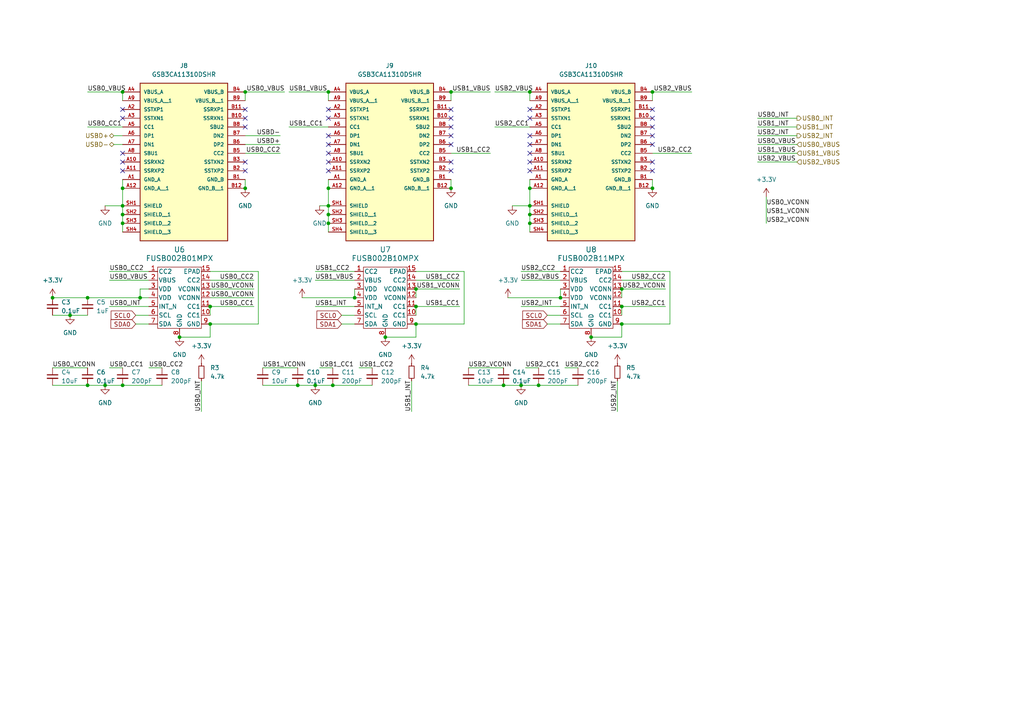
<source format=kicad_sch>
(kicad_sch
	(version 20250114)
	(generator "eeschema")
	(generator_version "9.0")
	(uuid "c8573d2e-8b07-45ff-98a8-bc6742ef1a67")
	(paper "A4")
	(title_block
		(title "USB Group 0")
		(date "2025-02-28")
		(rev "a")
	)
	(lib_symbols
		(symbol "Device:C_Small"
			(pin_numbers
				(hide yes)
			)
			(pin_names
				(offset 0.254)
				(hide yes)
			)
			(exclude_from_sim no)
			(in_bom yes)
			(on_board yes)
			(property "Reference" "C"
				(at 0.254 1.778 0)
				(effects
					(font
						(size 1.27 1.27)
					)
					(justify left)
				)
			)
			(property "Value" "C_Small"
				(at 0.254 -2.032 0)
				(effects
					(font
						(size 1.27 1.27)
					)
					(justify left)
				)
			)
			(property "Footprint" ""
				(at 0 0 0)
				(effects
					(font
						(size 1.27 1.27)
					)
					(hide yes)
				)
			)
			(property "Datasheet" "~"
				(at 0 0 0)
				(effects
					(font
						(size 1.27 1.27)
					)
					(hide yes)
				)
			)
			(property "Description" "Unpolarized capacitor, small symbol"
				(at 0 0 0)
				(effects
					(font
						(size 1.27 1.27)
					)
					(hide yes)
				)
			)
			(property "ki_keywords" "capacitor cap"
				(at 0 0 0)
				(effects
					(font
						(size 1.27 1.27)
					)
					(hide yes)
				)
			)
			(property "ki_fp_filters" "C_*"
				(at 0 0 0)
				(effects
					(font
						(size 1.27 1.27)
					)
					(hide yes)
				)
			)
			(symbol "C_Small_0_1"
				(polyline
					(pts
						(xy -1.524 0.508) (xy 1.524 0.508)
					)
					(stroke
						(width 0.3048)
						(type default)
					)
					(fill
						(type none)
					)
				)
				(polyline
					(pts
						(xy -1.524 -0.508) (xy 1.524 -0.508)
					)
					(stroke
						(width 0.3302)
						(type default)
					)
					(fill
						(type none)
					)
				)
			)
			(symbol "C_Small_1_1"
				(pin passive line
					(at 0 2.54 270)
					(length 2.032)
					(name "~"
						(effects
							(font
								(size 1.27 1.27)
							)
						)
					)
					(number "1"
						(effects
							(font
								(size 1.27 1.27)
							)
						)
					)
				)
				(pin passive line
					(at 0 -2.54 90)
					(length 2.032)
					(name "~"
						(effects
							(font
								(size 1.27 1.27)
							)
						)
					)
					(number "2"
						(effects
							(font
								(size 1.27 1.27)
							)
						)
					)
				)
			)
			(embedded_fonts no)
		)
		(symbol "Device:R_Small"
			(pin_numbers
				(hide yes)
			)
			(pin_names
				(offset 0.254)
				(hide yes)
			)
			(exclude_from_sim no)
			(in_bom yes)
			(on_board yes)
			(property "Reference" "R"
				(at 0.762 0.508 0)
				(effects
					(font
						(size 1.27 1.27)
					)
					(justify left)
				)
			)
			(property "Value" "R_Small"
				(at 0.762 -1.016 0)
				(effects
					(font
						(size 1.27 1.27)
					)
					(justify left)
				)
			)
			(property "Footprint" ""
				(at 0 0 0)
				(effects
					(font
						(size 1.27 1.27)
					)
					(hide yes)
				)
			)
			(property "Datasheet" "~"
				(at 0 0 0)
				(effects
					(font
						(size 1.27 1.27)
					)
					(hide yes)
				)
			)
			(property "Description" "Resistor, small symbol"
				(at 0 0 0)
				(effects
					(font
						(size 1.27 1.27)
					)
					(hide yes)
				)
			)
			(property "ki_keywords" "R resistor"
				(at 0 0 0)
				(effects
					(font
						(size 1.27 1.27)
					)
					(hide yes)
				)
			)
			(property "ki_fp_filters" "R_*"
				(at 0 0 0)
				(effects
					(font
						(size 1.27 1.27)
					)
					(hide yes)
				)
			)
			(symbol "R_Small_0_1"
				(rectangle
					(start -0.762 1.778)
					(end 0.762 -1.778)
					(stroke
						(width 0.2032)
						(type default)
					)
					(fill
						(type none)
					)
				)
			)
			(symbol "R_Small_1_1"
				(pin passive line
					(at 0 2.54 270)
					(length 0.762)
					(name "~"
						(effects
							(font
								(size 1.27 1.27)
							)
						)
					)
					(number "1"
						(effects
							(font
								(size 1.27 1.27)
							)
						)
					)
				)
				(pin passive line
					(at 0 -2.54 90)
					(length 0.762)
					(name "~"
						(effects
							(font
								(size 1.27 1.27)
							)
						)
					)
					(number "2"
						(effects
							(font
								(size 1.27 1.27)
							)
						)
					)
				)
			)
			(embedded_fonts no)
		)
		(symbol "FUSB302:FUSB302MPX"
			(pin_names
				(offset 0.254)
			)
			(exclude_from_sim no)
			(in_bom yes)
			(on_board yes)
			(property "Reference" "U"
				(at 12.954 4.826 0)
				(effects
					(font
						(size 1.524 1.524)
					)
				)
			)
			(property "Value" "FUSB302MPX"
				(at 13.97 2.794 0)
				(effects
					(font
						(size 1.524 1.524)
					)
				)
			)
			(property "Footprint" "FUSB302:MLP14_2P5X2P5_ONS"
				(at 0 0 0)
				(effects
					(font
						(size 1.27 1.27)
						(italic yes)
					)
					(hide yes)
				)
			)
			(property "Datasheet" "FUSB302MPX"
				(at 0 0 0)
				(effects
					(font
						(size 1.27 1.27)
						(italic yes)
					)
					(hide yes)
				)
			)
			(property "Description" ""
				(at 0 0 0)
				(effects
					(font
						(size 1.27 1.27)
					)
					(hide yes)
				)
			)
			(property "ki_keywords" "FUSB302MPX"
				(at 0 0 0)
				(effects
					(font
						(size 1.27 1.27)
					)
					(hide yes)
				)
			)
			(property "ki_fp_filters" "MLP14_2P5X2P5_ONS MLP14_2P5X2P5_ONS-M MLP14_2P5X2P5_ONS-L"
				(at 0 0 0)
				(effects
					(font
						(size 1.27 1.27)
					)
					(hide yes)
				)
			)
			(symbol "FUSB302MPX_0_1"
				(rectangle
					(start 7.62 1.27)
					(end 20.32 -16.51)
					(stroke
						(width 0)
						(type default)
					)
					(fill
						(type none)
					)
				)
				(pin bidirectional line
					(at 5.08 0 0)
					(length 2.54)
					(name "CC2"
						(effects
							(font
								(size 1.27 1.27)
							)
						)
					)
					(number "1"
						(effects
							(font
								(size 1.27 1.27)
							)
						)
					)
				)
				(pin unspecified line
					(at 5.08 -2.54 0)
					(length 2.54)
					(name "VBUS"
						(effects
							(font
								(size 1.27 1.27)
							)
						)
					)
					(number "2"
						(effects
							(font
								(size 1.27 1.27)
							)
						)
					)
				)
				(pin power_in line
					(at 5.08 -5.08 0)
					(length 2.54)
					(name "VDD"
						(effects
							(font
								(size 1.27 1.27)
							)
						)
					)
					(number "3"
						(effects
							(font
								(size 1.27 1.27)
							)
						)
					)
				)
				(pin power_in line
					(at 5.08 -7.62 0)
					(length 2.54)
					(name "VDD"
						(effects
							(font
								(size 1.27 1.27)
							)
						)
					)
					(number "4"
						(effects
							(font
								(size 1.27 1.27)
							)
						)
					)
				)
				(pin unspecified line
					(at 5.08 -10.16 0)
					(length 2.54)
					(name "INT_N"
						(effects
							(font
								(size 1.27 1.27)
							)
						)
					)
					(number "5"
						(effects
							(font
								(size 1.27 1.27)
							)
						)
					)
				)
				(pin unspecified line
					(at 5.08 -12.7 0)
					(length 2.54)
					(name "SCL"
						(effects
							(font
								(size 1.27 1.27)
							)
						)
					)
					(number "6"
						(effects
							(font
								(size 1.27 1.27)
							)
						)
					)
				)
				(pin unspecified line
					(at 5.08 -15.24 0)
					(length 2.54)
					(name "SDA"
						(effects
							(font
								(size 1.27 1.27)
							)
						)
					)
					(number "7"
						(effects
							(font
								(size 1.27 1.27)
							)
						)
					)
				)
				(pin power_out line
					(at 13.97 -19.05 90)
					(length 2.54)
					(name "GND"
						(effects
							(font
								(size 1.27 1.27)
							)
						)
					)
					(number "8"
						(effects
							(font
								(size 1.27 1.27)
							)
						)
					)
				)
				(pin unspecified line
					(at 22.86 0 180)
					(length 2.54)
					(name "EPAD"
						(effects
							(font
								(size 1.27 1.27)
							)
						)
					)
					(number "15"
						(effects
							(font
								(size 1.27 1.27)
							)
						)
					)
				)
				(pin bidirectional line
					(at 22.86 -2.54 180)
					(length 2.54)
					(name "CC2"
						(effects
							(font
								(size 1.27 1.27)
							)
						)
					)
					(number "14"
						(effects
							(font
								(size 1.27 1.27)
							)
						)
					)
				)
				(pin unspecified line
					(at 22.86 -5.08 180)
					(length 2.54)
					(name "VCONN"
						(effects
							(font
								(size 1.27 1.27)
							)
						)
					)
					(number "13"
						(effects
							(font
								(size 1.27 1.27)
							)
						)
					)
				)
				(pin unspecified line
					(at 22.86 -7.62 180)
					(length 2.54)
					(name "VCONN"
						(effects
							(font
								(size 1.27 1.27)
							)
						)
					)
					(number "12"
						(effects
							(font
								(size 1.27 1.27)
							)
						)
					)
				)
				(pin bidirectional line
					(at 22.86 -10.16 180)
					(length 2.54)
					(name "CC1"
						(effects
							(font
								(size 1.27 1.27)
							)
						)
					)
					(number "11"
						(effects
							(font
								(size 1.27 1.27)
							)
						)
					)
				)
				(pin bidirectional line
					(at 22.86 -12.7 180)
					(length 2.54)
					(name "CC1"
						(effects
							(font
								(size 1.27 1.27)
							)
						)
					)
					(number "10"
						(effects
							(font
								(size 1.27 1.27)
							)
						)
					)
				)
				(pin power_out line
					(at 22.86 -15.24 180)
					(length 2.54)
					(name "GND"
						(effects
							(font
								(size 1.27 1.27)
							)
						)
					)
					(number "9"
						(effects
							(font
								(size 1.27 1.27)
							)
						)
					)
				)
			)
			(embedded_fonts no)
		)
		(symbol "GSB3CA11310DSHR:GSB3CA11310DSHR"
			(pin_names
				(offset 1.016)
			)
			(exclude_from_sim no)
			(in_bom yes)
			(on_board yes)
			(property "Reference" "J"
				(at -12.7 16.002 0)
				(effects
					(font
						(size 1.27 1.27)
					)
					(justify left bottom)
				)
			)
			(property "Value" "GSB3CA11310DSHR"
				(at -12.7 -33.02 0)
				(effects
					(font
						(size 1.27 1.27)
					)
					(justify left bottom)
				)
			)
			(property "Footprint" "GSB3CA11310DSHR:AMPHENOL_GSB3CA11310DSHR"
				(at 0 0 0)
				(effects
					(font
						(size 1.27 1.27)
					)
					(justify bottom)
					(hide yes)
				)
			)
			(property "Datasheet" ""
				(at 0 0 0)
				(effects
					(font
						(size 1.27 1.27)
					)
					(hide yes)
				)
			)
			(property "Description" ""
				(at 0 0 0)
				(effects
					(font
						(size 1.27 1.27)
					)
					(hide yes)
				)
			)
			(property "PARTREV" "AX1"
				(at 0 0 0)
				(effects
					(font
						(size 1.27 1.27)
					)
					(justify bottom)
					(hide yes)
				)
			)
			(property "STANDARD" "Manufacturer Recommendations"
				(at 0 0 0)
				(effects
					(font
						(size 1.27 1.27)
					)
					(justify bottom)
					(hide yes)
				)
			)
			(property "MAXIMUM_PACKAGE_HEIGHT" "3.315mm"
				(at 0 0 0)
				(effects
					(font
						(size 1.27 1.27)
					)
					(justify bottom)
					(hide yes)
				)
			)
			(property "MANUFACTURER" "Amphenol"
				(at 0 0 0)
				(effects
					(font
						(size 1.27 1.27)
					)
					(justify bottom)
					(hide yes)
				)
			)
			(symbol "GSB3CA11310DSHR_0_0"
				(rectangle
					(start -12.7 -30.48)
					(end 12.7 15.24)
					(stroke
						(width 0.254)
						(type default)
					)
					(fill
						(type background)
					)
				)
				(pin power_in line
					(at -17.78 12.7 0)
					(length 5.08)
					(name "VBUS_A"
						(effects
							(font
								(size 1.016 1.016)
							)
						)
					)
					(number "A4"
						(effects
							(font
								(size 1.016 1.016)
							)
						)
					)
				)
				(pin power_in line
					(at -17.78 10.16 0)
					(length 5.08)
					(name "VBUS_A__1"
						(effects
							(font
								(size 1.016 1.016)
							)
						)
					)
					(number "A9"
						(effects
							(font
								(size 1.016 1.016)
							)
						)
					)
				)
				(pin bidirectional line
					(at -17.78 7.62 0)
					(length 5.08)
					(name "SSTXP1"
						(effects
							(font
								(size 1.016 1.016)
							)
						)
					)
					(number "A2"
						(effects
							(font
								(size 1.016 1.016)
							)
						)
					)
				)
				(pin bidirectional line
					(at -17.78 5.08 0)
					(length 5.08)
					(name "SSTXN1"
						(effects
							(font
								(size 1.016 1.016)
							)
						)
					)
					(number "A3"
						(effects
							(font
								(size 1.016 1.016)
							)
						)
					)
				)
				(pin bidirectional line
					(at -17.78 2.54 0)
					(length 5.08)
					(name "CC1"
						(effects
							(font
								(size 1.016 1.016)
							)
						)
					)
					(number "A5"
						(effects
							(font
								(size 1.016 1.016)
							)
						)
					)
				)
				(pin bidirectional line
					(at -17.78 0 0)
					(length 5.08)
					(name "DP1"
						(effects
							(font
								(size 1.016 1.016)
							)
						)
					)
					(number "A6"
						(effects
							(font
								(size 1.016 1.016)
							)
						)
					)
				)
				(pin bidirectional line
					(at -17.78 -2.54 0)
					(length 5.08)
					(name "DN1"
						(effects
							(font
								(size 1.016 1.016)
							)
						)
					)
					(number "A7"
						(effects
							(font
								(size 1.016 1.016)
							)
						)
					)
				)
				(pin bidirectional line
					(at -17.78 -5.08 0)
					(length 5.08)
					(name "SBU1"
						(effects
							(font
								(size 1.016 1.016)
							)
						)
					)
					(number "A8"
						(effects
							(font
								(size 1.016 1.016)
							)
						)
					)
				)
				(pin bidirectional line
					(at -17.78 -7.62 0)
					(length 5.08)
					(name "SSRXN2"
						(effects
							(font
								(size 1.016 1.016)
							)
						)
					)
					(number "A10"
						(effects
							(font
								(size 1.016 1.016)
							)
						)
					)
				)
				(pin bidirectional line
					(at -17.78 -10.16 0)
					(length 5.08)
					(name "SSRXP2"
						(effects
							(font
								(size 1.016 1.016)
							)
						)
					)
					(number "A11"
						(effects
							(font
								(size 1.016 1.016)
							)
						)
					)
				)
				(pin power_in line
					(at -17.78 -12.7 0)
					(length 5.08)
					(name "GND_A"
						(effects
							(font
								(size 1.016 1.016)
							)
						)
					)
					(number "A1"
						(effects
							(font
								(size 1.016 1.016)
							)
						)
					)
				)
				(pin power_in line
					(at -17.78 -15.24 0)
					(length 5.08)
					(name "GND_A__1"
						(effects
							(font
								(size 1.016 1.016)
							)
						)
					)
					(number "A12"
						(effects
							(font
								(size 1.016 1.016)
							)
						)
					)
				)
				(pin passive line
					(at -17.78 -20.32 0)
					(length 5.08)
					(name "SHIELD"
						(effects
							(font
								(size 1.016 1.016)
							)
						)
					)
					(number "SH1"
						(effects
							(font
								(size 1.016 1.016)
							)
						)
					)
				)
				(pin passive line
					(at -17.78 -22.86 0)
					(length 5.08)
					(name "SHIELD__1"
						(effects
							(font
								(size 1.016 1.016)
							)
						)
					)
					(number "SH2"
						(effects
							(font
								(size 1.016 1.016)
							)
						)
					)
				)
				(pin passive line
					(at -17.78 -25.4 0)
					(length 5.08)
					(name "SHIELD__2"
						(effects
							(font
								(size 1.016 1.016)
							)
						)
					)
					(number "SH3"
						(effects
							(font
								(size 1.016 1.016)
							)
						)
					)
				)
				(pin passive line
					(at -17.78 -27.94 0)
					(length 5.08)
					(name "SHIELD__3"
						(effects
							(font
								(size 1.016 1.016)
							)
						)
					)
					(number "SH4"
						(effects
							(font
								(size 1.016 1.016)
							)
						)
					)
				)
				(pin power_in line
					(at 17.78 12.7 180)
					(length 5.08)
					(name "VBUS_B"
						(effects
							(font
								(size 1.016 1.016)
							)
						)
					)
					(number "B4"
						(effects
							(font
								(size 1.016 1.016)
							)
						)
					)
				)
				(pin power_in line
					(at 17.78 10.16 180)
					(length 5.08)
					(name "VBUS_B__1"
						(effects
							(font
								(size 1.016 1.016)
							)
						)
					)
					(number "B9"
						(effects
							(font
								(size 1.016 1.016)
							)
						)
					)
				)
				(pin bidirectional line
					(at 17.78 7.62 180)
					(length 5.08)
					(name "SSRXP1"
						(effects
							(font
								(size 1.016 1.016)
							)
						)
					)
					(number "B11"
						(effects
							(font
								(size 1.016 1.016)
							)
						)
					)
				)
				(pin bidirectional line
					(at 17.78 5.08 180)
					(length 5.08)
					(name "SSRXN1"
						(effects
							(font
								(size 1.016 1.016)
							)
						)
					)
					(number "B10"
						(effects
							(font
								(size 1.016 1.016)
							)
						)
					)
				)
				(pin bidirectional line
					(at 17.78 2.54 180)
					(length 5.08)
					(name "SBU2"
						(effects
							(font
								(size 1.016 1.016)
							)
						)
					)
					(number "B8"
						(effects
							(font
								(size 1.016 1.016)
							)
						)
					)
				)
				(pin bidirectional line
					(at 17.78 0 180)
					(length 5.08)
					(name "DN2"
						(effects
							(font
								(size 1.016 1.016)
							)
						)
					)
					(number "B7"
						(effects
							(font
								(size 1.016 1.016)
							)
						)
					)
				)
				(pin bidirectional line
					(at 17.78 -2.54 180)
					(length 5.08)
					(name "DP2"
						(effects
							(font
								(size 1.016 1.016)
							)
						)
					)
					(number "B6"
						(effects
							(font
								(size 1.016 1.016)
							)
						)
					)
				)
				(pin bidirectional line
					(at 17.78 -5.08 180)
					(length 5.08)
					(name "CC2"
						(effects
							(font
								(size 1.016 1.016)
							)
						)
					)
					(number "B5"
						(effects
							(font
								(size 1.016 1.016)
							)
						)
					)
				)
				(pin bidirectional line
					(at 17.78 -7.62 180)
					(length 5.08)
					(name "SSTXN2"
						(effects
							(font
								(size 1.016 1.016)
							)
						)
					)
					(number "B3"
						(effects
							(font
								(size 1.016 1.016)
							)
						)
					)
				)
				(pin bidirectional line
					(at 17.78 -10.16 180)
					(length 5.08)
					(name "SSTXP2"
						(effects
							(font
								(size 1.016 1.016)
							)
						)
					)
					(number "B2"
						(effects
							(font
								(size 1.016 1.016)
							)
						)
					)
				)
				(pin power_in line
					(at 17.78 -12.7 180)
					(length 5.08)
					(name "GND_B"
						(effects
							(font
								(size 1.016 1.016)
							)
						)
					)
					(number "B1"
						(effects
							(font
								(size 1.016 1.016)
							)
						)
					)
				)
				(pin power_in line
					(at 17.78 -15.24 180)
					(length 5.08)
					(name "GND_B__1"
						(effects
							(font
								(size 1.016 1.016)
							)
						)
					)
					(number "B12"
						(effects
							(font
								(size 1.016 1.016)
							)
						)
					)
				)
			)
			(embedded_fonts no)
		)
		(symbol "power:+3.3V"
			(power)
			(pin_numbers
				(hide yes)
			)
			(pin_names
				(offset 0)
				(hide yes)
			)
			(exclude_from_sim no)
			(in_bom yes)
			(on_board yes)
			(property "Reference" "#PWR"
				(at 0 -3.81 0)
				(effects
					(font
						(size 1.27 1.27)
					)
					(hide yes)
				)
			)
			(property "Value" "+3.3V"
				(at 0 3.556 0)
				(effects
					(font
						(size 1.27 1.27)
					)
				)
			)
			(property "Footprint" ""
				(at 0 0 0)
				(effects
					(font
						(size 1.27 1.27)
					)
					(hide yes)
				)
			)
			(property "Datasheet" ""
				(at 0 0 0)
				(effects
					(font
						(size 1.27 1.27)
					)
					(hide yes)
				)
			)
			(property "Description" "Power symbol creates a global label with name \"+3.3V\""
				(at 0 0 0)
				(effects
					(font
						(size 1.27 1.27)
					)
					(hide yes)
				)
			)
			(property "ki_keywords" "global power"
				(at 0 0 0)
				(effects
					(font
						(size 1.27 1.27)
					)
					(hide yes)
				)
			)
			(symbol "+3.3V_0_1"
				(polyline
					(pts
						(xy -0.762 1.27) (xy 0 2.54)
					)
					(stroke
						(width 0)
						(type default)
					)
					(fill
						(type none)
					)
				)
				(polyline
					(pts
						(xy 0 2.54) (xy 0.762 1.27)
					)
					(stroke
						(width 0)
						(type default)
					)
					(fill
						(type none)
					)
				)
				(polyline
					(pts
						(xy 0 0) (xy 0 2.54)
					)
					(stroke
						(width 0)
						(type default)
					)
					(fill
						(type none)
					)
				)
			)
			(symbol "+3.3V_1_1"
				(pin power_in line
					(at 0 0 90)
					(length 0)
					(name "~"
						(effects
							(font
								(size 1.27 1.27)
							)
						)
					)
					(number "1"
						(effects
							(font
								(size 1.27 1.27)
							)
						)
					)
				)
			)
			(embedded_fonts no)
		)
		(symbol "power:GND"
			(power)
			(pin_numbers
				(hide yes)
			)
			(pin_names
				(offset 0)
				(hide yes)
			)
			(exclude_from_sim no)
			(in_bom yes)
			(on_board yes)
			(property "Reference" "#PWR"
				(at 0 -6.35 0)
				(effects
					(font
						(size 1.27 1.27)
					)
					(hide yes)
				)
			)
			(property "Value" "GND"
				(at 0 -3.81 0)
				(effects
					(font
						(size 1.27 1.27)
					)
				)
			)
			(property "Footprint" ""
				(at 0 0 0)
				(effects
					(font
						(size 1.27 1.27)
					)
					(hide yes)
				)
			)
			(property "Datasheet" ""
				(at 0 0 0)
				(effects
					(font
						(size 1.27 1.27)
					)
					(hide yes)
				)
			)
			(property "Description" "Power symbol creates a global label with name \"GND\" , ground"
				(at 0 0 0)
				(effects
					(font
						(size 1.27 1.27)
					)
					(hide yes)
				)
			)
			(property "ki_keywords" "global power"
				(at 0 0 0)
				(effects
					(font
						(size 1.27 1.27)
					)
					(hide yes)
				)
			)
			(symbol "GND_0_1"
				(polyline
					(pts
						(xy 0 0) (xy 0 -1.27) (xy 1.27 -1.27) (xy 0 -2.54) (xy -1.27 -1.27) (xy 0 -1.27)
					)
					(stroke
						(width 0)
						(type default)
					)
					(fill
						(type none)
					)
				)
			)
			(symbol "GND_1_1"
				(pin power_in line
					(at 0 0 270)
					(length 0)
					(name "~"
						(effects
							(font
								(size 1.27 1.27)
							)
						)
					)
					(number "1"
						(effects
							(font
								(size 1.27 1.27)
							)
						)
					)
				)
			)
			(embedded_fonts no)
		)
	)
	(junction
		(at 153.67 62.23)
		(diameter 0)
		(color 0 0 0 0)
		(uuid "04247720-4e86-45ff-a8ee-11e9f3e3f70b")
	)
	(junction
		(at 15.24 86.36)
		(diameter 0)
		(color 0 0 0 0)
		(uuid "04dc1939-0528-4b68-b4db-bbf89477f555")
	)
	(junction
		(at 171.45 97.79)
		(diameter 0)
		(color 0 0 0 0)
		(uuid "07453eba-9b66-450f-83e6-64067c14b667")
	)
	(junction
		(at 153.67 59.69)
		(diameter 0)
		(color 0 0 0 0)
		(uuid "08e596df-129a-4934-9d38-b1d65fec7992")
	)
	(junction
		(at 151.13 111.76)
		(diameter 0)
		(color 0 0 0 0)
		(uuid "09843f6e-4e64-4d63-8fa5-5c307efcd8aa")
	)
	(junction
		(at 153.67 64.77)
		(diameter 0)
		(color 0 0 0 0)
		(uuid "0ae21780-5a7a-4be0-92d7-cc92cebd9e81")
	)
	(junction
		(at 156.21 111.76)
		(diameter 0)
		(color 0 0 0 0)
		(uuid "103f0147-35ec-4e52-9837-ad9931ed8935")
	)
	(junction
		(at 95.25 54.61)
		(diameter 0)
		(color 0 0 0 0)
		(uuid "133e9716-0b5b-4111-a688-3b4190ba1211")
	)
	(junction
		(at 95.25 26.67)
		(diameter 0)
		(color 0 0 0 0)
		(uuid "1ddad802-0340-44a4-a8b3-844137c2fc76")
	)
	(junction
		(at 35.56 64.77)
		(diameter 0)
		(color 0 0 0 0)
		(uuid "228bec23-2e39-4a26-bba8-cfc077eba3ec")
	)
	(junction
		(at 153.67 54.61)
		(diameter 0)
		(color 0 0 0 0)
		(uuid "230bd4bc-abbe-4957-afc0-e9b312e2fc29")
	)
	(junction
		(at 111.76 97.79)
		(diameter 0)
		(color 0 0 0 0)
		(uuid "2523ed35-83f0-4006-9a7e-d4abcb738dc9")
	)
	(junction
		(at 60.96 88.9)
		(diameter 0)
		(color 0 0 0 0)
		(uuid "25a6c5ab-1d76-4f85-a215-9e7cd6ef5b0e")
	)
	(junction
		(at 96.52 111.76)
		(diameter 0)
		(color 0 0 0 0)
		(uuid "283217c4-3f9f-40be-82b1-bb9a8e9024ed")
	)
	(junction
		(at 52.07 97.79)
		(diameter 0)
		(color 0 0 0 0)
		(uuid "316e5dbd-8221-4f4d-8638-fa76cdb58da1")
	)
	(junction
		(at 25.4 86.36)
		(diameter 0)
		(color 0 0 0 0)
		(uuid "33fc748e-26b8-4c8d-b8cb-7ee0c022c12d")
	)
	(junction
		(at 60.96 93.98)
		(diameter 0)
		(color 0 0 0 0)
		(uuid "4030d669-41ce-4fdc-9e2e-0da4e2f2c183")
	)
	(junction
		(at 146.05 111.76)
		(diameter 0)
		(color 0 0 0 0)
		(uuid "55b85512-d06a-4e1d-8635-d936d047c7e0")
	)
	(junction
		(at 102.87 86.36)
		(diameter 0)
		(color 0 0 0 0)
		(uuid "60eb7c22-0d5b-4908-b291-d8ca416851f1")
	)
	(junction
		(at 35.56 59.69)
		(diameter 0)
		(color 0 0 0 0)
		(uuid "6f096f0f-29c7-4b59-8664-e6cb4dc42cda")
	)
	(junction
		(at 95.25 62.23)
		(diameter 0)
		(color 0 0 0 0)
		(uuid "75ce96e5-b2e0-4ca3-a08a-617983b56ec9")
	)
	(junction
		(at 86.36 111.76)
		(diameter 0)
		(color 0 0 0 0)
		(uuid "76287e9b-5f2d-4c85-ad17-a51cbc256ade")
	)
	(junction
		(at 91.44 111.76)
		(diameter 0)
		(color 0 0 0 0)
		(uuid "7aa70a78-8dbd-4e50-9d49-ab25ea3447af")
	)
	(junction
		(at 120.65 88.9)
		(diameter 0)
		(color 0 0 0 0)
		(uuid "911a5a7f-e6fa-4017-a446-8aafd2b67fc9")
	)
	(junction
		(at 120.65 83.82)
		(diameter 0)
		(color 0 0 0 0)
		(uuid "94cb0715-a68a-4f87-af48-555985e86ad3")
	)
	(junction
		(at 35.56 62.23)
		(diameter 0)
		(color 0 0 0 0)
		(uuid "958b266e-2299-4425-afd8-c62678f4a22e")
	)
	(junction
		(at 153.67 26.67)
		(diameter 0)
		(color 0 0 0 0)
		(uuid "9c3a9c0c-a22f-4b81-a6a2-69ceb735103f")
	)
	(junction
		(at 95.25 59.69)
		(diameter 0)
		(color 0 0 0 0)
		(uuid "a23b28be-5ab0-4ddb-9ee2-f6e80ad6fd97")
	)
	(junction
		(at 130.81 26.67)
		(diameter 0)
		(color 0 0 0 0)
		(uuid "a2818f69-dab7-4e5d-8224-7536860055f1")
	)
	(junction
		(at 180.34 83.82)
		(diameter 0)
		(color 0 0 0 0)
		(uuid "a42a7ca6-eeb8-440f-bd86-d122d8d8176d")
	)
	(junction
		(at 180.34 93.98)
		(diameter 0)
		(color 0 0 0 0)
		(uuid "a9a43f46-09ce-4535-82af-ab6dc91ca949")
	)
	(junction
		(at 189.23 26.67)
		(diameter 0)
		(color 0 0 0 0)
		(uuid "aed899f6-ffe8-4f7e-95c1-f2b47d1135ff")
	)
	(junction
		(at 95.25 64.77)
		(diameter 0)
		(color 0 0 0 0)
		(uuid "b19225c2-a64f-4cd7-867a-902ee2e1d9ea")
	)
	(junction
		(at 25.4 111.76)
		(diameter 0)
		(color 0 0 0 0)
		(uuid "b36fa17b-f7a2-425f-8e77-1abd24121084")
	)
	(junction
		(at 130.81 54.61)
		(diameter 0)
		(color 0 0 0 0)
		(uuid "bb85e964-f656-47e5-a476-36a64e160747")
	)
	(junction
		(at 30.48 111.76)
		(diameter 0)
		(color 0 0 0 0)
		(uuid "cb38716a-5910-4990-ab90-10944371ca62")
	)
	(junction
		(at 180.34 88.9)
		(diameter 0)
		(color 0 0 0 0)
		(uuid "cc16f321-3b18-4442-8427-d8419befa8a0")
	)
	(junction
		(at 71.12 54.61)
		(diameter 0)
		(color 0 0 0 0)
		(uuid "e316a42c-019e-40ee-8afc-82ed4cc708f9")
	)
	(junction
		(at 40.64 86.36)
		(diameter 0)
		(color 0 0 0 0)
		(uuid "e3b4c4f5-18f0-4d22-bdef-c56ae17b2b66")
	)
	(junction
		(at 20.32 91.44)
		(diameter 0)
		(color 0 0 0 0)
		(uuid "e7be0328-7080-4f28-a508-5f2f1c525122")
	)
	(junction
		(at 35.56 111.76)
		(diameter 0)
		(color 0 0 0 0)
		(uuid "ebf20242-52ea-43c1-8b72-ac21b29f345b")
	)
	(junction
		(at 162.56 86.36)
		(diameter 0)
		(color 0 0 0 0)
		(uuid "f0410e70-5341-4fc2-9d61-a72164e1dfb9")
	)
	(junction
		(at 71.12 26.67)
		(diameter 0)
		(color 0 0 0 0)
		(uuid "f1390625-184f-4df7-af01-e4ddca32d87b")
	)
	(junction
		(at 35.56 26.67)
		(diameter 0)
		(color 0 0 0 0)
		(uuid "f53b8377-20d7-4157-ae7d-ca4f90501e33")
	)
	(junction
		(at 189.23 54.61)
		(diameter 0)
		(color 0 0 0 0)
		(uuid "f62b6e5a-2869-49a2-a940-35772bbe2fe0")
	)
	(junction
		(at 120.65 93.98)
		(diameter 0)
		(color 0 0 0 0)
		(uuid "f8828888-ed4a-4e66-b785-2600afac561f")
	)
	(junction
		(at 35.56 54.61)
		(diameter 0)
		(color 0 0 0 0)
		(uuid "fbe8f3f8-2168-420b-9568-ba40b2d8a2d1")
	)
	(no_connect
		(at 95.25 31.75)
		(uuid "03acaca7-e980-479f-b692-c852240e181a")
	)
	(no_connect
		(at 95.25 44.45)
		(uuid "0587cc8e-817f-4535-b9e7-6ae4c3a66fdb")
	)
	(no_connect
		(at 95.25 41.91)
		(uuid "06407d78-d864-465c-af19-3b1df8792f79")
	)
	(no_connect
		(at 189.23 49.53)
		(uuid "1e9bc673-cb4f-4e1b-bfea-08ed00724fef")
	)
	(no_connect
		(at 35.56 46.99)
		(uuid "20de89a4-2f66-4aa8-ad4d-93a1d33f0a73")
	)
	(no_connect
		(at 189.23 39.37)
		(uuid "35e66072-cdcd-4e65-9e77-a0bac80c88e6")
	)
	(no_connect
		(at 153.67 34.29)
		(uuid "3a8d4024-f870-4f41-b682-28b0bc49ca6f")
	)
	(no_connect
		(at 189.23 34.29)
		(uuid "3e4ac700-4f0c-4be3-8345-72ba3913de48")
	)
	(no_connect
		(at 95.25 39.37)
		(uuid "424a4873-ea67-4aec-9445-2186867fc6ea")
	)
	(no_connect
		(at 35.56 34.29)
		(uuid "44bca169-9a14-4a70-9c3e-bc3fba379966")
	)
	(no_connect
		(at 35.56 31.75)
		(uuid "475f9977-6097-47d6-86e3-d82f96e0cadb")
	)
	(no_connect
		(at 130.81 34.29)
		(uuid "4c0f0ede-8bd9-4efa-bbb4-3b1a3690184d")
	)
	(no_connect
		(at 153.67 49.53)
		(uuid "5cac8f65-b269-4d4b-8fc2-ddd789b6b605")
	)
	(no_connect
		(at 95.25 46.99)
		(uuid "5f330b10-da42-473d-bf96-0a0c628ae701")
	)
	(no_connect
		(at 153.67 41.91)
		(uuid "69609ff6-2a09-4403-8251-763301b00898")
	)
	(no_connect
		(at 153.67 46.99)
		(uuid "6d266354-d737-4a48-9f70-f0031aa59d2c")
	)
	(no_connect
		(at 130.81 49.53)
		(uuid "6eb632e3-f23c-494f-9438-4655770e9f69")
	)
	(no_connect
		(at 130.81 46.99)
		(uuid "746f0412-e1e9-4d73-b6ec-7cc174823c29")
	)
	(no_connect
		(at 35.56 44.45)
		(uuid "74c9677b-8563-42f2-9a64-8b6abd9741a5")
	)
	(no_connect
		(at 189.23 41.91)
		(uuid "7be8ddac-7f58-4bcc-a122-cd837171c04e")
	)
	(no_connect
		(at 130.81 36.83)
		(uuid "7c93203e-dc67-4be5-8c6e-646362405068")
	)
	(no_connect
		(at 35.56 49.53)
		(uuid "8820b5c1-2e2f-4454-9a07-ec7a30a8f9ca")
	)
	(no_connect
		(at 130.81 31.75)
		(uuid "8a6fe132-ff29-473e-8c14-e842c418b669")
	)
	(no_connect
		(at 71.12 49.53)
		(uuid "9628acfd-438d-4314-8594-15d651f9cc0e")
	)
	(no_connect
		(at 71.12 34.29)
		(uuid "9b6c2cae-7ac5-4592-b072-3f6943a07f3f")
	)
	(no_connect
		(at 95.25 49.53)
		(uuid "a7661b52-9a91-4dc9-a0d2-3162c4eced86")
	)
	(no_connect
		(at 153.67 44.45)
		(uuid "a8fcd3d3-da7c-4559-b7b4-1385502e44b5")
	)
	(no_connect
		(at 71.12 36.83)
		(uuid "b25fae89-1c67-45fe-a947-245d5b89a6dd")
	)
	(no_connect
		(at 189.23 31.75)
		(uuid "b4d32092-c7e5-4121-a213-00c27a700bbf")
	)
	(no_connect
		(at 153.67 31.75)
		(uuid "ba9216eb-bb84-4d93-910c-b0b7fd9cd88a")
	)
	(no_connect
		(at 71.12 46.99)
		(uuid "bb642863-5a24-4ea9-b49a-efe82ff36793")
	)
	(no_connect
		(at 153.67 39.37)
		(uuid "d3fa194d-0cc0-4d80-8a9d-70fe90c0f3c2")
	)
	(no_connect
		(at 95.25 34.29)
		(uuid "ddfdd505-71fc-45ca-907f-74956617523c")
	)
	(no_connect
		(at 189.23 36.83)
		(uuid "ebe74c22-2a43-4804-8085-bc8b4525da20")
	)
	(no_connect
		(at 130.81 39.37)
		(uuid "f7b4a241-cc54-4b5e-b60c-df2b10f6b314")
	)
	(no_connect
		(at 71.12 31.75)
		(uuid "f8a68669-7210-4647-9873-82483871125f")
	)
	(no_connect
		(at 130.81 41.91)
		(uuid "f9f75565-7962-4a7c-bd9d-cfb48703e5ad")
	)
	(no_connect
		(at 189.23 46.99)
		(uuid "fe2390c5-5231-4b9a-ba94-05b7252d668d")
	)
	(wire
		(pts
			(xy 81.28 44.45) (xy 71.12 44.45)
		)
		(stroke
			(width 0)
			(type default)
		)
		(uuid "037b61c0-bae8-4c61-a7b8-41bde4fb253d")
	)
	(wire
		(pts
			(xy 120.65 83.82) (xy 120.65 86.36)
		)
		(stroke
			(width 0)
			(type default)
		)
		(uuid "0458087f-2e78-4256-82e6-f1167b43f9ee")
	)
	(wire
		(pts
			(xy 153.67 52.07) (xy 153.67 54.61)
		)
		(stroke
			(width 0)
			(type default)
		)
		(uuid "09c5e429-f306-45dc-b89d-42e6646be3b4")
	)
	(wire
		(pts
			(xy 43.18 106.68) (xy 46.99 106.68)
		)
		(stroke
			(width 0)
			(type default)
		)
		(uuid "0a4670b7-77d7-4818-8a02-09ff13b4643e")
	)
	(wire
		(pts
			(xy 83.82 26.67) (xy 95.25 26.67)
		)
		(stroke
			(width 0)
			(type default)
		)
		(uuid "0ae1ada9-bd47-4924-a331-a4f88541cb9f")
	)
	(wire
		(pts
			(xy 60.96 88.9) (xy 73.66 88.9)
		)
		(stroke
			(width 0)
			(type default)
		)
		(uuid "0b34e299-dd0f-41bf-8247-def978f87bb2")
	)
	(wire
		(pts
			(xy 73.66 83.82) (xy 60.96 83.82)
		)
		(stroke
			(width 0)
			(type default)
		)
		(uuid "0c8db4da-23be-42e8-b1ff-6f825b38fa23")
	)
	(wire
		(pts
			(xy 40.64 83.82) (xy 43.18 83.82)
		)
		(stroke
			(width 0)
			(type default)
		)
		(uuid "0faf8ee6-ebf0-4c72-8281-c16eecc31c89")
	)
	(wire
		(pts
			(xy 31.75 81.28) (xy 43.18 81.28)
		)
		(stroke
			(width 0)
			(type default)
		)
		(uuid "12976064-9f40-4851-a51f-2e895c739f30")
	)
	(wire
		(pts
			(xy 180.34 88.9) (xy 180.34 91.44)
		)
		(stroke
			(width 0)
			(type default)
		)
		(uuid "15e9134d-738c-47d1-922d-bc101ab98cff")
	)
	(wire
		(pts
			(xy 60.96 97.79) (xy 52.07 97.79)
		)
		(stroke
			(width 0)
			(type default)
		)
		(uuid "17cad42b-85eb-4cd9-9474-85eda7ec4257")
	)
	(wire
		(pts
			(xy 71.12 26.67) (xy 82.55 26.67)
		)
		(stroke
			(width 0)
			(type default)
		)
		(uuid "19b13cd7-0285-4db4-b996-4c2cc38c90a2")
	)
	(wire
		(pts
			(xy 133.35 83.82) (xy 120.65 83.82)
		)
		(stroke
			(width 0)
			(type default)
		)
		(uuid "1ca143b9-7ea9-434c-a6e3-8d0a08cd4d40")
	)
	(wire
		(pts
			(xy 163.83 106.68) (xy 167.64 106.68)
		)
		(stroke
			(width 0)
			(type default)
		)
		(uuid "1ccda27c-9bf7-4667-a2c8-b10162a17f31")
	)
	(wire
		(pts
			(xy 25.4 36.83) (xy 35.56 36.83)
		)
		(stroke
			(width 0)
			(type default)
		)
		(uuid "1e26a3b1-7cf9-410e-8738-16ffe2369e71")
	)
	(wire
		(pts
			(xy 95.25 52.07) (xy 95.25 54.61)
		)
		(stroke
			(width 0)
			(type default)
		)
		(uuid "20853da6-f86a-48c7-95c0-d0c2e1edea27")
	)
	(wire
		(pts
			(xy 31.75 106.68) (xy 35.56 106.68)
		)
		(stroke
			(width 0)
			(type default)
		)
		(uuid "24caa8be-be2d-4598-bb43-f5c7f51735e7")
	)
	(wire
		(pts
			(xy 120.65 88.9) (xy 120.65 91.44)
		)
		(stroke
			(width 0)
			(type default)
		)
		(uuid "251fd434-5ca8-431d-819c-0aaaafcf6641")
	)
	(wire
		(pts
			(xy 151.13 111.76) (xy 146.05 111.76)
		)
		(stroke
			(width 0)
			(type default)
		)
		(uuid "27fec27f-d7c7-466a-9d91-ca5b6f9a6b8a")
	)
	(wire
		(pts
			(xy 99.06 93.98) (xy 102.87 93.98)
		)
		(stroke
			(width 0)
			(type default)
		)
		(uuid "28913330-181f-40ae-aa85-17ae4d7795ef")
	)
	(wire
		(pts
			(xy 95.25 26.67) (xy 95.25 29.21)
		)
		(stroke
			(width 0)
			(type default)
		)
		(uuid "28d9db52-dff1-4ac2-ac20-565914586087")
	)
	(wire
		(pts
			(xy 91.44 111.76) (xy 86.36 111.76)
		)
		(stroke
			(width 0)
			(type default)
		)
		(uuid "2967a194-dd10-48cd-9d44-4726469ea439")
	)
	(wire
		(pts
			(xy 95.25 54.61) (xy 95.25 59.69)
		)
		(stroke
			(width 0)
			(type default)
		)
		(uuid "29bc6002-fb27-4083-a9b5-4f57886b27da")
	)
	(wire
		(pts
			(xy 35.56 62.23) (xy 35.56 64.77)
		)
		(stroke
			(width 0)
			(type default)
		)
		(uuid "2b1a8968-02e1-4ecc-99c7-73374775ad65")
	)
	(wire
		(pts
			(xy 73.66 86.36) (xy 60.96 86.36)
		)
		(stroke
			(width 0)
			(type default)
		)
		(uuid "2b9fa91e-5ab8-41ab-b05c-68ae5302b645")
	)
	(wire
		(pts
			(xy 74.93 93.98) (xy 60.96 93.98)
		)
		(stroke
			(width 0)
			(type default)
		)
		(uuid "2e9168d5-e9c7-4fc7-afec-cfbd084ee3db")
	)
	(wire
		(pts
			(xy 153.67 59.69) (xy 153.67 62.23)
		)
		(stroke
			(width 0)
			(type default)
		)
		(uuid "2e9f0486-a9bc-4ee8-b2c6-41933629d284")
	)
	(wire
		(pts
			(xy 25.4 26.67) (xy 35.56 26.67)
		)
		(stroke
			(width 0)
			(type default)
		)
		(uuid "2f71602b-a9ee-40b3-b0de-173e1dc3acd8")
	)
	(wire
		(pts
			(xy 25.4 86.36) (xy 40.64 86.36)
		)
		(stroke
			(width 0)
			(type default)
		)
		(uuid "31a058da-1eb9-43c2-9c2c-bf337e20e705")
	)
	(wire
		(pts
			(xy 87.63 86.36) (xy 102.87 86.36)
		)
		(stroke
			(width 0)
			(type default)
		)
		(uuid "337085e4-926a-4f8b-86fb-e26e743e1939")
	)
	(wire
		(pts
			(xy 15.24 111.76) (xy 25.4 111.76)
		)
		(stroke
			(width 0)
			(type default)
		)
		(uuid "33a43881-8582-4ce8-bebd-79993a7dfe6a")
	)
	(wire
		(pts
			(xy 194.31 78.74) (xy 180.34 78.74)
		)
		(stroke
			(width 0)
			(type default)
		)
		(uuid "33b864f3-8be6-4faa-88b1-9cc7db3ae9de")
	)
	(wire
		(pts
			(xy 31.75 78.74) (xy 43.18 78.74)
		)
		(stroke
			(width 0)
			(type default)
		)
		(uuid "37141147-0382-473c-be65-fd7b63bb5843")
	)
	(wire
		(pts
			(xy 81.28 41.91) (xy 71.12 41.91)
		)
		(stroke
			(width 0)
			(type default)
		)
		(uuid "37ad4efb-cc39-4d97-9d8c-7c183a826c50")
	)
	(wire
		(pts
			(xy 189.23 52.07) (xy 189.23 54.61)
		)
		(stroke
			(width 0)
			(type default)
		)
		(uuid "37b19d89-fd5c-45ff-ae75-6124638185e4")
	)
	(wire
		(pts
			(xy 148.59 59.69) (xy 153.67 59.69)
		)
		(stroke
			(width 0)
			(type default)
		)
		(uuid "380ec97a-7cbd-4756-827e-f5d9ff9a9c2d")
	)
	(wire
		(pts
			(xy 33.02 41.91) (xy 35.56 41.91)
		)
		(stroke
			(width 0)
			(type default)
		)
		(uuid "39d39d81-5766-4812-9d58-ce3a2f695ceb")
	)
	(wire
		(pts
			(xy 99.06 91.44) (xy 102.87 91.44)
		)
		(stroke
			(width 0)
			(type default)
		)
		(uuid "3a6af83b-bdfc-4359-b800-73ae54e8a8a1")
	)
	(wire
		(pts
			(xy 30.48 111.76) (xy 35.56 111.76)
		)
		(stroke
			(width 0)
			(type default)
		)
		(uuid "3adae6ad-6970-4d40-ab8b-c808e34ef3ae")
	)
	(wire
		(pts
			(xy 147.32 86.36) (xy 162.56 86.36)
		)
		(stroke
			(width 0)
			(type default)
		)
		(uuid "3d0cc3c8-7067-41f1-bf8d-60fb3dfe4b62")
	)
	(wire
		(pts
			(xy 40.64 86.36) (xy 40.64 83.82)
		)
		(stroke
			(width 0)
			(type default)
		)
		(uuid "3f951a32-3bcf-4292-80a5-ccfec156265a")
	)
	(wire
		(pts
			(xy 152.4 106.68) (xy 156.21 106.68)
		)
		(stroke
			(width 0)
			(type default)
		)
		(uuid "4010a40f-7258-4d09-8c05-249652cbe915")
	)
	(wire
		(pts
			(xy 180.34 93.98) (xy 194.31 93.98)
		)
		(stroke
			(width 0)
			(type default)
		)
		(uuid "4287d0e7-7df7-4abb-85ce-9c783a22013d")
	)
	(wire
		(pts
			(xy 71.12 52.07) (xy 71.12 54.61)
		)
		(stroke
			(width 0)
			(type default)
		)
		(uuid "42ecd3d3-9a32-4e61-a082-fca3e94ce60f")
	)
	(wire
		(pts
			(xy 83.82 36.83) (xy 95.25 36.83)
		)
		(stroke
			(width 0)
			(type default)
		)
		(uuid "490db67e-1013-4d20-aef1-ab6a68eaad78")
	)
	(wire
		(pts
			(xy 194.31 93.98) (xy 194.31 78.74)
		)
		(stroke
			(width 0)
			(type default)
		)
		(uuid "4c67fa85-5bd2-4263-80a0-06f0a218d2f7")
	)
	(wire
		(pts
			(xy 219.71 39.37) (xy 231.14 39.37)
		)
		(stroke
			(width 0)
			(type default)
		)
		(uuid "4c89f5f1-d728-46bb-9702-21f8215b1b78")
	)
	(wire
		(pts
			(xy 219.71 41.91) (xy 231.14 41.91)
		)
		(stroke
			(width 0)
			(type default)
		)
		(uuid "4f15d8ff-4aca-4dd4-8085-b57c1d0fd826")
	)
	(wire
		(pts
			(xy 119.38 119.38) (xy 119.38 110.49)
		)
		(stroke
			(width 0)
			(type default)
		)
		(uuid "52251ab5-cae9-41ab-8220-cd30ca12c5b5")
	)
	(wire
		(pts
			(xy 180.34 97.79) (xy 180.34 93.98)
		)
		(stroke
			(width 0)
			(type default)
		)
		(uuid "580821f7-9fa1-44ec-8c8c-aa3fe4e7aa5d")
	)
	(wire
		(pts
			(xy 143.51 36.83) (xy 153.67 36.83)
		)
		(stroke
			(width 0)
			(type default)
		)
		(uuid "598787ad-04e1-4948-938b-0224591cfaf6")
	)
	(wire
		(pts
			(xy 74.93 78.74) (xy 74.93 93.98)
		)
		(stroke
			(width 0)
			(type default)
		)
		(uuid "5b5011ad-186d-44db-bc67-7c538b3e16e4")
	)
	(wire
		(pts
			(xy 180.34 83.82) (xy 180.34 86.36)
		)
		(stroke
			(width 0)
			(type default)
		)
		(uuid "5bacdbd7-679d-42c7-9f68-8e650c56b1e2")
	)
	(wire
		(pts
			(xy 15.24 91.44) (xy 20.32 91.44)
		)
		(stroke
			(width 0)
			(type default)
		)
		(uuid "5f0d8d1d-206f-4223-977e-90b6f14b7bc3")
	)
	(wire
		(pts
			(xy 193.04 83.82) (xy 180.34 83.82)
		)
		(stroke
			(width 0)
			(type default)
		)
		(uuid "617d0548-7ca9-4ac8-9293-e3935d15518a")
	)
	(wire
		(pts
			(xy 92.71 59.69) (xy 95.25 59.69)
		)
		(stroke
			(width 0)
			(type default)
		)
		(uuid "67a3e08f-19d4-4960-ac58-4a9b382f1b92")
	)
	(wire
		(pts
			(xy 193.04 88.9) (xy 180.34 88.9)
		)
		(stroke
			(width 0)
			(type default)
		)
		(uuid "68021c2c-4137-4798-ba87-9dacbf92a0e8")
	)
	(wire
		(pts
			(xy 76.2 111.76) (xy 86.36 111.76)
		)
		(stroke
			(width 0)
			(type default)
		)
		(uuid "6946ad56-77e5-4303-a4ce-9c1ec694b586")
	)
	(wire
		(pts
			(xy 158.75 91.44) (xy 162.56 91.44)
		)
		(stroke
			(width 0)
			(type default)
		)
		(uuid "6a8895f5-51c2-47f5-9273-1c9ea0e9ea43")
	)
	(wire
		(pts
			(xy 35.56 26.67) (xy 35.56 29.21)
		)
		(stroke
			(width 0)
			(type default)
		)
		(uuid "6bfb4944-6854-4ad2-bc87-70307bcb55d7")
	)
	(wire
		(pts
			(xy 219.71 46.99) (xy 231.14 46.99)
		)
		(stroke
			(width 0)
			(type default)
		)
		(uuid "6d0b3b25-d254-4cf9-bca6-565e69178f91")
	)
	(wire
		(pts
			(xy 200.66 26.67) (xy 189.23 26.67)
		)
		(stroke
			(width 0)
			(type default)
		)
		(uuid "6d2a7cfa-e795-47d3-905c-70402e2541fa")
	)
	(wire
		(pts
			(xy 219.71 36.83) (xy 231.14 36.83)
		)
		(stroke
			(width 0)
			(type default)
		)
		(uuid "6f57e33b-accf-42cf-b4c1-ef7c6a99ee25")
	)
	(wire
		(pts
			(xy 35.56 54.61) (xy 35.56 59.69)
		)
		(stroke
			(width 0)
			(type default)
		)
		(uuid "70b739d9-7a81-460e-bc20-a0f7535f49b2")
	)
	(wire
		(pts
			(xy 30.48 111.76) (xy 25.4 111.76)
		)
		(stroke
			(width 0)
			(type default)
		)
		(uuid "71aae8e6-def2-4b50-8c7c-a4b1735c2a19")
	)
	(wire
		(pts
			(xy 15.24 106.68) (xy 25.4 106.68)
		)
		(stroke
			(width 0)
			(type default)
		)
		(uuid "77e50288-5644-4f67-8caa-393568a87346")
	)
	(wire
		(pts
			(xy 193.04 81.28) (xy 180.34 81.28)
		)
		(stroke
			(width 0)
			(type default)
		)
		(uuid "7ab9af92-42dd-4ebf-ac38-64c6c66589e4")
	)
	(wire
		(pts
			(xy 95.25 59.69) (xy 95.25 62.23)
		)
		(stroke
			(width 0)
			(type default)
		)
		(uuid "7dced580-1149-40c4-80f4-bd9747b8b031")
	)
	(wire
		(pts
			(xy 142.24 44.45) (xy 130.81 44.45)
		)
		(stroke
			(width 0)
			(type default)
		)
		(uuid "7e13cc62-a9e5-4ecf-af1d-29735035c165")
	)
	(wire
		(pts
			(xy 58.42 119.38) (xy 58.42 110.49)
		)
		(stroke
			(width 0)
			(type default)
		)
		(uuid "7e81d465-a586-47c3-97cc-3e6809ef365b")
	)
	(wire
		(pts
			(xy 162.56 83.82) (xy 162.56 86.36)
		)
		(stroke
			(width 0)
			(type default)
		)
		(uuid "824cf267-9325-488f-a6f0-e94be81b9fbf")
	)
	(wire
		(pts
			(xy 135.89 106.68) (xy 146.05 106.68)
		)
		(stroke
			(width 0)
			(type default)
		)
		(uuid "82629f39-b2a7-4d96-8fe0-de35063cb156")
	)
	(wire
		(pts
			(xy 43.18 86.36) (xy 40.64 86.36)
		)
		(stroke
			(width 0)
			(type default)
		)
		(uuid "836f4326-be4c-4b0b-989b-c5e386a51c44")
	)
	(wire
		(pts
			(xy 15.24 86.36) (xy 25.4 86.36)
		)
		(stroke
			(width 0)
			(type default)
		)
		(uuid "842c810a-a6f8-42b4-bc82-d604d2c6d76a")
	)
	(wire
		(pts
			(xy 60.96 93.98) (xy 60.96 97.79)
		)
		(stroke
			(width 0)
			(type default)
		)
		(uuid "84efdd5e-90e9-4550-b4ef-2d1e20cf581e")
	)
	(wire
		(pts
			(xy 20.32 91.44) (xy 25.4 91.44)
		)
		(stroke
			(width 0)
			(type default)
		)
		(uuid "84f52a87-63e7-4ca0-84af-109a1057bb2a")
	)
	(wire
		(pts
			(xy 91.44 88.9) (xy 102.87 88.9)
		)
		(stroke
			(width 0)
			(type default)
		)
		(uuid "85bb7424-932a-4a1e-bc94-659789e89cf5")
	)
	(wire
		(pts
			(xy 91.44 81.28) (xy 102.87 81.28)
		)
		(stroke
			(width 0)
			(type default)
		)
		(uuid "89e8748b-b8e1-419a-9720-81537ffaa1d2")
	)
	(wire
		(pts
			(xy 91.44 78.74) (xy 102.87 78.74)
		)
		(stroke
			(width 0)
			(type default)
		)
		(uuid "8c92c6e9-b03e-4bff-9787-72fcd2cbea9d")
	)
	(wire
		(pts
			(xy 33.02 39.37) (xy 35.56 39.37)
		)
		(stroke
			(width 0)
			(type default)
		)
		(uuid "8cf7337e-e179-443e-8b5d-dc6245b14902")
	)
	(wire
		(pts
			(xy 96.52 111.76) (xy 107.95 111.76)
		)
		(stroke
			(width 0)
			(type default)
		)
		(uuid "8d26a444-f36c-4df9-bdca-df650103c180")
	)
	(wire
		(pts
			(xy 135.89 111.76) (xy 146.05 111.76)
		)
		(stroke
			(width 0)
			(type default)
		)
		(uuid "8f8afa06-438b-4495-962a-b81210cd0a29")
	)
	(wire
		(pts
			(xy 102.87 83.82) (xy 102.87 86.36)
		)
		(stroke
			(width 0)
			(type default)
		)
		(uuid "96366041-af8d-4aba-8d07-8ef878cea5d4")
	)
	(wire
		(pts
			(xy 39.37 93.98) (xy 43.18 93.98)
		)
		(stroke
			(width 0)
			(type default)
		)
		(uuid "966a2d5c-f1a1-49dd-87f9-3f240ca661a5")
	)
	(wire
		(pts
			(xy 133.35 81.28) (xy 120.65 81.28)
		)
		(stroke
			(width 0)
			(type default)
		)
		(uuid "975a7007-8493-4f12-96df-e1eb1dd811c0")
	)
	(wire
		(pts
			(xy 200.66 44.45) (xy 189.23 44.45)
		)
		(stroke
			(width 0)
			(type default)
		)
		(uuid "988e5c24-3a3d-48e1-af84-066d39b544f4")
	)
	(wire
		(pts
			(xy 222.25 57.15) (xy 222.25 64.77)
		)
		(stroke
			(width 0)
			(type default)
		)
		(uuid "9bd8d932-3c99-49a0-8859-8817fd43a50e")
	)
	(wire
		(pts
			(xy 158.75 93.98) (xy 162.56 93.98)
		)
		(stroke
			(width 0)
			(type default)
		)
		(uuid "9cdee1c6-1eac-4b2d-9e70-6893c17ddc08")
	)
	(wire
		(pts
			(xy 143.51 26.67) (xy 153.67 26.67)
		)
		(stroke
			(width 0)
			(type default)
		)
		(uuid "9f23660c-4f4f-486d-94ef-b188c5ed6b2a")
	)
	(wire
		(pts
			(xy 60.96 88.9) (xy 60.96 91.44)
		)
		(stroke
			(width 0)
			(type default)
		)
		(uuid "a39a9d11-fc1f-4147-bf06-d51beed858ee")
	)
	(wire
		(pts
			(xy 35.56 111.76) (xy 46.99 111.76)
		)
		(stroke
			(width 0)
			(type default)
		)
		(uuid "a59e0e75-ed85-4202-b6b1-3efe41029870")
	)
	(wire
		(pts
			(xy 151.13 78.74) (xy 162.56 78.74)
		)
		(stroke
			(width 0)
			(type default)
		)
		(uuid "a65fcab6-bd48-4fd5-b299-854fd2cccb15")
	)
	(wire
		(pts
			(xy 133.35 88.9) (xy 120.65 88.9)
		)
		(stroke
			(width 0)
			(type default)
		)
		(uuid "aa2d2414-891f-43bc-8a7b-4e5d65ff85bb")
	)
	(wire
		(pts
			(xy 151.13 88.9) (xy 162.56 88.9)
		)
		(stroke
			(width 0)
			(type default)
		)
		(uuid "acc687b6-b553-4bc2-b6f3-98eb789fb433")
	)
	(wire
		(pts
			(xy 130.81 26.67) (xy 142.24 26.67)
		)
		(stroke
			(width 0)
			(type default)
		)
		(uuid "add2c730-1ce8-4693-a880-d2dc0bab4195")
	)
	(wire
		(pts
			(xy 35.56 52.07) (xy 35.56 54.61)
		)
		(stroke
			(width 0)
			(type default)
		)
		(uuid "b0346b46-9132-45ed-9d4a-1e7905b0b93c")
	)
	(wire
		(pts
			(xy 179.07 119.38) (xy 179.07 110.49)
		)
		(stroke
			(width 0)
			(type default)
		)
		(uuid "b40e7cba-fcd2-4cc5-9311-e9f354ca676e")
	)
	(wire
		(pts
			(xy 120.65 97.79) (xy 120.65 93.98)
		)
		(stroke
			(width 0)
			(type default)
		)
		(uuid "b4f6ba70-7454-4331-887a-fd2f0c683237")
	)
	(wire
		(pts
			(xy 35.56 64.77) (xy 35.56 67.31)
		)
		(stroke
			(width 0)
			(type default)
		)
		(uuid "b6e5b898-76a2-4920-bed5-41c85691bc90")
	)
	(wire
		(pts
			(xy 35.56 59.69) (xy 35.56 62.23)
		)
		(stroke
			(width 0)
			(type default)
		)
		(uuid "b7ae4a6d-4a54-4b9b-ac58-382ac3dfb129")
	)
	(wire
		(pts
			(xy 130.81 29.21) (xy 130.81 26.67)
		)
		(stroke
			(width 0)
			(type default)
		)
		(uuid "b8c26e40-e07d-4197-9361-ad9fe0210799")
	)
	(wire
		(pts
			(xy 153.67 64.77) (xy 153.67 67.31)
		)
		(stroke
			(width 0)
			(type default)
		)
		(uuid "baa59f86-42b2-41bf-a83e-180af83b3431")
	)
	(wire
		(pts
			(xy 219.71 34.29) (xy 231.14 34.29)
		)
		(stroke
			(width 0)
			(type default)
		)
		(uuid "bae66360-ccff-4199-85b2-3076496784a1")
	)
	(wire
		(pts
			(xy 104.14 106.68) (xy 107.95 106.68)
		)
		(stroke
			(width 0)
			(type default)
		)
		(uuid "bc29d586-b67c-4534-8abf-18f57fc72c7a")
	)
	(wire
		(pts
			(xy 120.65 93.98) (xy 134.62 93.98)
		)
		(stroke
			(width 0)
			(type default)
		)
		(uuid "bed77b36-5b05-43cd-ac86-2d0385041cb9")
	)
	(wire
		(pts
			(xy 60.96 78.74) (xy 74.93 78.74)
		)
		(stroke
			(width 0)
			(type default)
		)
		(uuid "bfccb1d6-334d-4a4e-97dd-dbddca0caa41")
	)
	(wire
		(pts
			(xy 171.45 97.79) (xy 180.34 97.79)
		)
		(stroke
			(width 0)
			(type default)
		)
		(uuid "c49613e7-af5c-4e73-ba56-b0bca72e6f62")
	)
	(wire
		(pts
			(xy 92.71 106.68) (xy 96.52 106.68)
		)
		(stroke
			(width 0)
			(type default)
		)
		(uuid "ce9cbde8-5d02-440d-9023-662b050cecce")
	)
	(wire
		(pts
			(xy 151.13 111.76) (xy 156.21 111.76)
		)
		(stroke
			(width 0)
			(type default)
		)
		(uuid "d245c15e-f9ca-49d6-a4a9-90b617723645")
	)
	(wire
		(pts
			(xy 81.28 39.37) (xy 71.12 39.37)
		)
		(stroke
			(width 0)
			(type default)
		)
		(uuid "d3f903df-dde1-441e-865d-fc496889385a")
	)
	(wire
		(pts
			(xy 156.21 111.76) (xy 167.64 111.76)
		)
		(stroke
			(width 0)
			(type default)
		)
		(uuid "d41ddddf-d8b2-4ff7-a5c1-b2fa08f042e5")
	)
	(wire
		(pts
			(xy 153.67 26.67) (xy 153.67 29.21)
		)
		(stroke
			(width 0)
			(type default)
		)
		(uuid "d5ae5e22-e490-4390-b94f-7b9d6ec69946")
	)
	(wire
		(pts
			(xy 95.25 62.23) (xy 95.25 64.77)
		)
		(stroke
			(width 0)
			(type default)
		)
		(uuid "d7808708-9013-47d7-bb2b-b5ce464f5654")
	)
	(wire
		(pts
			(xy 130.81 52.07) (xy 130.81 54.61)
		)
		(stroke
			(width 0)
			(type default)
		)
		(uuid "d869e434-cc67-40b9-85a7-e329c3aa21de")
	)
	(wire
		(pts
			(xy 153.67 62.23) (xy 153.67 64.77)
		)
		(stroke
			(width 0)
			(type default)
		)
		(uuid "da181d2b-6ae2-470f-b752-4143d49b0824")
	)
	(wire
		(pts
			(xy 189.23 26.67) (xy 189.23 29.21)
		)
		(stroke
			(width 0)
			(type default)
		)
		(uuid "dab8f91a-adea-4f19-8f34-558a7f009939")
	)
	(wire
		(pts
			(xy 134.62 93.98) (xy 134.62 78.74)
		)
		(stroke
			(width 0)
			(type default)
		)
		(uuid "dd1f2d81-670c-4cb6-95e4-73b49b54ebaf")
	)
	(wire
		(pts
			(xy 30.48 59.69) (xy 35.56 59.69)
		)
		(stroke
			(width 0)
			(type default)
		)
		(uuid "e0fd8ffe-5eb8-4ebd-aa92-4782c4bc81b5")
	)
	(wire
		(pts
			(xy 73.66 81.28) (xy 60.96 81.28)
		)
		(stroke
			(width 0)
			(type default)
		)
		(uuid "e161598a-27ed-4f1f-81bf-702cfcc1ebb2")
	)
	(wire
		(pts
			(xy 134.62 78.74) (xy 120.65 78.74)
		)
		(stroke
			(width 0)
			(type default)
		)
		(uuid "e6999939-e9da-4302-9383-170ad9d592be")
	)
	(wire
		(pts
			(xy 111.76 97.79) (xy 120.65 97.79)
		)
		(stroke
			(width 0)
			(type default)
		)
		(uuid "eaaf9154-33a1-45c8-b2cb-5531fc2020a1")
	)
	(wire
		(pts
			(xy 76.2 106.68) (xy 86.36 106.68)
		)
		(stroke
			(width 0)
			(type default)
		)
		(uuid "ef859c6f-93de-4cc7-84c1-1563c9784453")
	)
	(wire
		(pts
			(xy 219.71 44.45) (xy 231.14 44.45)
		)
		(stroke
			(width 0)
			(type default)
		)
		(uuid "f39941e4-4df7-45f5-9bf4-f5c343b165c1")
	)
	(wire
		(pts
			(xy 31.75 88.9) (xy 43.18 88.9)
		)
		(stroke
			(width 0)
			(type default)
		)
		(uuid "f7811640-84f9-44c5-a4b0-304b87216e29")
	)
	(wire
		(pts
			(xy 39.37 91.44) (xy 43.18 91.44)
		)
		(stroke
			(width 0)
			(type default)
		)
		(uuid "f81b3b75-386a-4c6e-b15a-af07145891f3")
	)
	(wire
		(pts
			(xy 151.13 81.28) (xy 162.56 81.28)
		)
		(stroke
			(width 0)
			(type default)
		)
		(uuid "f8da8dc7-5a07-476d-bff1-ed93568d65e2")
	)
	(wire
		(pts
			(xy 91.44 111.76) (xy 96.52 111.76)
		)
		(stroke
			(width 0)
			(type default)
		)
		(uuid "faa026d2-5e71-4ce6-a644-039dbd5ddd55")
	)
	(wire
		(pts
			(xy 71.12 26.67) (xy 71.12 29.21)
		)
		(stroke
			(width 0)
			(type default)
		)
		(uuid "fbf8d1f2-994e-468c-8614-7f82cab364ad")
	)
	(wire
		(pts
			(xy 95.25 64.77) (xy 95.25 67.31)
		)
		(stroke
			(width 0)
			(type default)
		)
		(uuid "fc5a8082-4641-406b-a55e-7304abad81f1")
	)
	(wire
		(pts
			(xy 153.67 54.61) (xy 153.67 59.69)
		)
		(stroke
			(width 0)
			(type default)
		)
		(uuid "fdc1a7bd-1069-4b0c-9e2a-2d08cd56aefe")
	)
	(label "USBD+"
		(at 81.28 41.91 180)
		(effects
			(font
				(size 1.27 1.27)
			)
			(justify right bottom)
		)
		(uuid "0214aafe-7f5a-44d8-be24-d90c413ab41a")
	)
	(label "USB0_INT"
		(at 219.71 34.29 0)
		(effects
			(font
				(size 1.27 1.27)
			)
			(justify left bottom)
		)
		(uuid "034bc2a4-e644-4b35-a49d-e498a20f6edf")
	)
	(label "USB1_VCONN"
		(at 222.25 62.23 0)
		(effects
			(font
				(size 1.27 1.27)
			)
			(justify left bottom)
		)
		(uuid "079e50a2-1283-4ca7-9586-90f025923d78")
	)
	(label "USB1_VBUS"
		(at 91.44 81.28 0)
		(effects
			(font
				(size 1.27 1.27)
			)
			(justify left bottom)
		)
		(uuid "07b21e44-96c4-4fff-8ed6-688c217686f3")
	)
	(label "USB1_CC1"
		(at 92.71 106.68 0)
		(effects
			(font
				(size 1.27 1.27)
			)
			(justify left bottom)
		)
		(uuid "07cffc9b-0294-4002-88a8-9a6aeb065f13")
	)
	(label "USB0_VCONN"
		(at 73.66 83.82 180)
		(effects
			(font
				(size 1.27 1.27)
			)
			(justify right bottom)
		)
		(uuid "12dcf6cc-3378-4062-a5fa-0f91365c647e")
	)
	(label "USB2_VBUS"
		(at 219.71 46.99 0)
		(effects
			(font
				(size 1.27 1.27)
			)
			(justify left bottom)
		)
		(uuid "1369f739-516f-4ba1-b046-d34119707ac6")
	)
	(label "USB0_CC1"
		(at 31.75 106.68 0)
		(effects
			(font
				(size 1.27 1.27)
			)
			(justify left bottom)
		)
		(uuid "138a3ddc-1b8e-489c-bab5-6f6f9b4b406e")
	)
	(label "USB2_CC1"
		(at 152.4 106.68 0)
		(effects
			(font
				(size 1.27 1.27)
			)
			(justify left bottom)
		)
		(uuid "14145433-2fd3-4f33-b571-4d4574bc90ed")
	)
	(label "USB0_VBUS"
		(at 82.55 26.67 180)
		(effects
			(font
				(size 1.27 1.27)
			)
			(justify right bottom)
		)
		(uuid "16a7c250-8a8c-4fa0-90bd-c9f4b95aceeb")
	)
	(label "USB1_INT"
		(at 91.44 88.9 0)
		(effects
			(font
				(size 1.27 1.27)
			)
			(justify left bottom)
		)
		(uuid "1b45fa3b-52bd-49c9-af7b-0995d4d52257")
	)
	(label "USB1_VBUS"
		(at 83.82 26.67 0)
		(effects
			(font
				(size 1.27 1.27)
			)
			(justify left bottom)
		)
		(uuid "272db51f-253b-4129-a9b7-41b5e06e3b7c")
	)
	(label "USB2_VCONN"
		(at 222.25 64.77 0)
		(effects
			(font
				(size 1.27 1.27)
			)
			(justify left bottom)
		)
		(uuid "282e8aac-2000-440b-8739-3c3c37bdede4")
	)
	(label "USB2_CC2"
		(at 151.13 78.74 0)
		(effects
			(font
				(size 1.27 1.27)
			)
			(justify left bottom)
		)
		(uuid "2a286532-af53-4bff-82ea-3dd4708aa258")
	)
	(label "USB0_VCONN"
		(at 15.24 106.68 0)
		(effects
			(font
				(size 1.27 1.27)
			)
			(justify left bottom)
		)
		(uuid "2cbb3636-1920-4d05-a468-3a9bcdc71fb7")
	)
	(label "USB1_CC2"
		(at 133.35 81.28 180)
		(effects
			(font
				(size 1.27 1.27)
			)
			(justify right bottom)
		)
		(uuid "32af545d-16c8-43ab-b6e5-ee9359b7152b")
	)
	(label "USB2_VCONN"
		(at 135.89 106.68 0)
		(effects
			(font
				(size 1.27 1.27)
			)
			(justify left bottom)
		)
		(uuid "364a0e68-9083-436d-83b6-fe694820b0d6")
	)
	(label "USB1_CC2"
		(at 142.24 44.45 180)
		(effects
			(font
				(size 1.27 1.27)
			)
			(justify right bottom)
		)
		(uuid "3b39d6ad-5940-4a4a-811c-a4fe067270ed")
	)
	(label "USB1_CC2"
		(at 91.44 78.74 0)
		(effects
			(font
				(size 1.27 1.27)
			)
			(justify left bottom)
		)
		(uuid "3c942bf6-99bf-43ec-bde3-34be5816c70c")
	)
	(label "USB0_CC2"
		(at 43.18 106.68 0)
		(effects
			(font
				(size 1.27 1.27)
			)
			(justify left bottom)
		)
		(uuid "42f608a2-d4cb-4f2b-aead-a510c6e15646")
	)
	(label "USB1_CC2"
		(at 104.14 106.68 0)
		(effects
			(font
				(size 1.27 1.27)
			)
			(justify left bottom)
		)
		(uuid "488dd09d-9f2a-41f3-b7b2-d6db19ae2918")
	)
	(label "USB0_CC2"
		(at 81.28 44.45 180)
		(effects
			(font
				(size 1.27 1.27)
			)
			(justify right bottom)
		)
		(uuid "4ebef454-63a9-4397-9283-4a32f7810980")
	)
	(label "USB2_VBUS"
		(at 151.13 81.28 0)
		(effects
			(font
				(size 1.27 1.27)
			)
			(justify left bottom)
		)
		(uuid "586e5821-13bb-4d6b-8dcb-ca6168ab3be7")
	)
	(label "USB0_CC2"
		(at 73.66 81.28 180)
		(effects
			(font
				(size 1.27 1.27)
			)
			(justify right bottom)
		)
		(uuid "5ca78811-d194-4f17-bb93-c07975f195cb")
	)
	(label "USB1_VCONN"
		(at 76.2 106.68 0)
		(effects
			(font
				(size 1.27 1.27)
			)
			(justify left bottom)
		)
		(uuid "5e80c521-bc03-4055-86c2-12c0b05d8baa")
	)
	(label "USB1_CC1"
		(at 133.35 88.9 180)
		(effects
			(font
				(size 1.27 1.27)
			)
			(justify right bottom)
		)
		(uuid "622fda66-06b6-405e-bd0b-b0c2c763534b")
	)
	(label "USB1_INT"
		(at 119.38 119.38 90)
		(effects
			(font
				(size 1.27 1.27)
			)
			(justify left bottom)
		)
		(uuid "6495b7b0-20b9-42a3-81d0-d0241a0033d3")
	)
	(label "USB2_CC2"
		(at 200.66 44.45 180)
		(effects
			(font
				(size 1.27 1.27)
			)
			(justify right bottom)
		)
		(uuid "6797107d-693c-41a1-b993-5f6fa4f48061")
	)
	(label "USB2_VBUS"
		(at 200.66 26.67 180)
		(effects
			(font
				(size 1.27 1.27)
			)
			(justify right bottom)
		)
		(uuid "6874ac9a-1b7f-4897-94c1-f93561016452")
	)
	(label "USB2_INT"
		(at 219.71 39.37 0)
		(effects
			(font
				(size 1.27 1.27)
			)
			(justify left bottom)
		)
		(uuid "761c47e5-d598-43c9-b8c6-31921889f7ef")
	)
	(label "USB0_VBUS"
		(at 25.4 26.67 0)
		(effects
			(font
				(size 1.27 1.27)
			)
			(justify left bottom)
		)
		(uuid "77cdb9d8-2aab-490f-bc79-c01dc23348d8")
	)
	(label "USB0_CC2"
		(at 31.75 78.74 0)
		(effects
			(font
				(size 1.27 1.27)
			)
			(justify left bottom)
		)
		(uuid "7f38aa0e-9397-48fa-8a44-14eea9864a28")
	)
	(label "USB2_VBUS"
		(at 143.51 26.67 0)
		(effects
			(font
				(size 1.27 1.27)
			)
			(justify left bottom)
		)
		(uuid "7fb84566-1237-4bbc-b1c5-1716929296e3")
	)
	(label "USB2_INT"
		(at 151.13 88.9 0)
		(effects
			(font
				(size 1.27 1.27)
			)
			(justify left bottom)
		)
		(uuid "821659f0-d6db-49a7-85a4-f40a00a44ff9")
	)
	(label "USB2_CC2"
		(at 193.04 81.28 180)
		(effects
			(font
				(size 1.27 1.27)
			)
			(justify right bottom)
		)
		(uuid "8304b5e0-fafe-4d76-be23-f2e77a0d7e7a")
	)
	(label "USB2_INT"
		(at 179.07 119.38 90)
		(effects
			(font
				(size 1.27 1.27)
			)
			(justify left bottom)
		)
		(uuid "8afaa31b-67a2-4bcc-962e-4b11c7058eb0")
	)
	(label "USB1_VCONN"
		(at 133.35 83.82 180)
		(effects
			(font
				(size 1.27 1.27)
			)
			(justify right bottom)
		)
		(uuid "8f7e8cbf-5c3b-4fa9-b9b3-cb551b93459c")
	)
	(label "USB0_VCONN"
		(at 73.66 86.36 180)
		(effects
			(font
				(size 1.27 1.27)
			)
			(justify right bottom)
		)
		(uuid "906873d5-e9a8-40d7-97f7-e9f94c06a3a0")
	)
	(label "USB1_VBUS"
		(at 219.71 44.45 0)
		(effects
			(font
				(size 1.27 1.27)
			)
			(justify left bottom)
		)
		(uuid "9ad3b4fa-b6bd-4e22-8105-4950919e5efb")
	)
	(label "USB0_VBUS"
		(at 219.71 41.91 0)
		(effects
			(font
				(size 1.27 1.27)
			)
			(justify left bottom)
		)
		(uuid "a16b10f2-bf6a-4fa4-a024-a7dccb130bef")
	)
	(label "USB2_CC1"
		(at 193.04 88.9 180)
		(effects
			(font
				(size 1.27 1.27)
			)
			(justify right bottom)
		)
		(uuid "a2ed4007-3567-46c6-83c2-957b9752e1a4")
	)
	(label "USB2_CC1"
		(at 143.51 36.83 0)
		(effects
			(font
				(size 1.27 1.27)
			)
			(justify left bottom)
		)
		(uuid "b19cda87-8ceb-48b6-a7b7-8e49900c42b4")
	)
	(label "USB0_INT"
		(at 58.42 119.38 90)
		(effects
			(font
				(size 1.27 1.27)
			)
			(justify left bottom)
		)
		(uuid "b988753a-a0a2-4406-b0a5-d871a5781a5c")
	)
	(label "USB0_CC1"
		(at 73.66 88.9 180)
		(effects
			(font
				(size 1.27 1.27)
			)
			(justify right bottom)
		)
		(uuid "bc48af17-94c9-4f57-851a-9499fa372abc")
	)
	(label "USB0_VCONN"
		(at 222.25 59.69 0)
		(effects
			(font
				(size 1.27 1.27)
			)
			(justify left bottom)
		)
		(uuid "c5af7c06-5646-4adf-8bf4-e9eedda092e3")
	)
	(label "USB1_INT"
		(at 219.71 36.83 0)
		(effects
			(font
				(size 1.27 1.27)
			)
			(justify left bottom)
		)
		(uuid "c79fdb7c-0a14-4a01-a020-8a30ec7e6cd6")
	)
	(label "USB2_CC2"
		(at 163.83 106.68 0)
		(effects
			(font
				(size 1.27 1.27)
			)
			(justify left bottom)
		)
		(uuid "c85dd0c1-4aaf-489a-80da-7db0fd2cc084")
	)
	(label "USB0_INT"
		(at 31.75 88.9 0)
		(effects
			(font
				(size 1.27 1.27)
			)
			(justify left bottom)
		)
		(uuid "cdc16c95-02c9-4d12-90da-0ebb6cd8047d")
	)
	(label "USB1_CC1"
		(at 83.82 36.83 0)
		(effects
			(font
				(size 1.27 1.27)
			)
			(justify left bottom)
		)
		(uuid "ce2000cc-cbea-4c15-b204-21d8baf3b448")
	)
	(label "USB0_VBUS"
		(at 31.75 81.28 0)
		(effects
			(font
				(size 1.27 1.27)
			)
			(justify left bottom)
		)
		(uuid "da50e8a5-a1d1-416f-82f2-5faaf4075935")
	)
	(label "USB0_CC1"
		(at 25.4 36.83 0)
		(effects
			(font
				(size 1.27 1.27)
			)
			(justify left bottom)
		)
		(uuid "e2d00c82-9985-4d39-8cae-e00a8210de9d")
	)
	(label "USBD-"
		(at 81.28 39.37 180)
		(effects
			(font
				(size 1.27 1.27)
			)
			(justify right bottom)
		)
		(uuid "f318bac2-db34-44c2-a736-001ece9244ec")
	)
	(label "USB2_VCONN"
		(at 193.04 83.82 180)
		(effects
			(font
				(size 1.27 1.27)
			)
			(justify right bottom)
		)
		(uuid "f3655a68-8414-449f-aa68-a5ac5a939926")
	)
	(label "USB1_VBUS"
		(at 142.24 26.67 180)
		(effects
			(font
				(size 1.27 1.27)
			)
			(justify right bottom)
		)
		(uuid "fc3906d5-da8e-4cca-b018-853da9d20e55")
	)
	(global_label "SCL0"
		(shape input)
		(at 158.75 91.44 180)
		(fields_autoplaced yes)
		(effects
			(font
				(size 1.27 1.27)
			)
			(justify right)
		)
		(uuid "2d7fed46-9416-4647-b540-afd1ab00ad96")
		(property "Intersheetrefs" "${INTERSHEET_REFS}"
			(at 151.0477 91.44 0)
			(effects
				(font
					(size 1.27 1.27)
				)
				(justify right)
				(hide yes)
			)
		)
	)
	(global_label "SCL0"
		(shape input)
		(at 39.37 91.44 180)
		(fields_autoplaced yes)
		(effects
			(font
				(size 1.27 1.27)
			)
			(justify right)
		)
		(uuid "4082dfb5-854a-49df-8cd0-2b7e02227cd7")
		(property "Intersheetrefs" "${INTERSHEET_REFS}"
			(at 31.6677 91.44 0)
			(effects
				(font
					(size 1.27 1.27)
				)
				(justify right)
				(hide yes)
			)
		)
	)
	(global_label "SDA1"
		(shape input)
		(at 158.75 93.98 180)
		(fields_autoplaced yes)
		(effects
			(font
				(size 1.27 1.27)
			)
			(justify right)
		)
		(uuid "5cc6e8d1-9173-418c-9250-8555b0fff4d7")
		(property "Intersheetrefs" "${INTERSHEET_REFS}"
			(at 150.9872 93.98 0)
			(effects
				(font
					(size 1.27 1.27)
				)
				(justify right)
				(hide yes)
			)
		)
	)
	(global_label "SDA1"
		(shape input)
		(at 99.06 93.98 180)
		(fields_autoplaced yes)
		(effects
			(font
				(size 1.27 1.27)
			)
			(justify right)
		)
		(uuid "6ec4514a-008a-4169-ba52-29b24eac77a9")
		(property "Intersheetrefs" "${INTERSHEET_REFS}"
			(at 91.2972 93.98 0)
			(effects
				(font
					(size 1.27 1.27)
				)
				(justify right)
				(hide yes)
			)
		)
	)
	(global_label "SDA0"
		(shape input)
		(at 39.37 93.98 180)
		(fields_autoplaced yes)
		(effects
			(font
				(size 1.27 1.27)
			)
			(justify right)
		)
		(uuid "847c2d0f-a158-4ac7-923b-3e093767b914")
		(property "Intersheetrefs" "${INTERSHEET_REFS}"
			(at 31.6072 93.98 0)
			(effects
				(font
					(size 1.27 1.27)
				)
				(justify right)
				(hide yes)
			)
		)
	)
	(global_label "SCL0"
		(shape input)
		(at 99.06 91.44 180)
		(fields_autoplaced yes)
		(effects
			(font
				(size 1.27 1.27)
			)
			(justify right)
		)
		(uuid "86c740c2-1e90-4744-829d-888b31b188af")
		(property "Intersheetrefs" "${INTERSHEET_REFS}"
			(at 91.3577 91.44 0)
			(effects
				(font
					(size 1.27 1.27)
				)
				(justify right)
				(hide yes)
			)
		)
	)
	(hierarchical_label "USB0_VBUS"
		(shape input)
		(at 231.14 41.91 0)
		(effects
			(font
				(size 1.27 1.27)
			)
			(justify left)
		)
		(uuid "00e2cb54-948c-4312-9f7b-ec7e76fc231c")
	)
	(hierarchical_label "USBD+"
		(shape bidirectional)
		(at 33.02 39.37 180)
		(effects
			(font
				(size 1.27 1.27)
			)
			(justify right)
		)
		(uuid "03a3e24b-086b-4e76-bd6b-f5f9a3c775e7")
	)
	(hierarchical_label "USB2_VBUS"
		(shape input)
		(at 231.14 46.99 0)
		(effects
			(font
				(size 1.27 1.27)
			)
			(justify left)
		)
		(uuid "04e3b4a3-389f-42c6-b436-721e59417c6c")
	)
	(hierarchical_label "USB0_INT"
		(shape output)
		(at 231.14 34.29 0)
		(effects
			(font
				(size 1.27 1.27)
			)
			(justify left)
		)
		(uuid "1dc0a6a7-eb02-4169-9af2-15fd03ef25f5")
	)
	(hierarchical_label "USB1_VBUS"
		(shape input)
		(at 231.14 44.45 0)
		(effects
			(font
				(size 1.27 1.27)
			)
			(justify left)
		)
		(uuid "323718f9-81f0-4707-a724-6c7b2432da55")
	)
	(hierarchical_label "USB1_INT"
		(shape output)
		(at 231.14 36.83 0)
		(effects
			(font
				(size 1.27 1.27)
			)
			(justify left)
		)
		(uuid "33a36798-63e2-4e96-8128-2c4e0116d3c9")
	)
	(hierarchical_label "USBD-"
		(shape bidirectional)
		(at 33.02 41.91 180)
		(effects
			(font
				(size 1.27 1.27)
			)
			(justify right)
		)
		(uuid "40114db4-fc6f-47e3-bc6b-c9f0aa9694a9")
	)
	(hierarchical_label "USB2_INT"
		(shape output)
		(at 231.14 39.37 0)
		(effects
			(font
				(size 1.27 1.27)
			)
			(justify left)
		)
		(uuid "dc2b0707-53bb-448a-8066-da528c49b437")
	)
	(symbol
		(lib_id "power:+3.3V")
		(at 222.25 57.15 0)
		(unit 1)
		(exclude_from_sim no)
		(in_bom yes)
		(on_board yes)
		(dnp no)
		(fields_autoplaced yes)
		(uuid "0d037e3b-792f-4b57-a983-a21d06576ba5")
		(property "Reference" "#PWR053"
			(at 222.25 60.96 0)
			(effects
				(font
					(size 1.27 1.27)
				)
				(hide yes)
			)
		)
		(property "Value" "+3.3V"
			(at 222.25 52.07 0)
			(effects
				(font
					(size 1.27 1.27)
				)
			)
		)
		(property "Footprint" ""
			(at 222.25 57.15 0)
			(effects
				(font
					(size 1.27 1.27)
				)
				(hide yes)
			)
		)
		(property "Datasheet" ""
			(at 222.25 57.15 0)
			(effects
				(font
					(size 1.27 1.27)
				)
				(hide yes)
			)
		)
		(property "Description" "Power symbol creates a global label with name \"+3.3V\""
			(at 222.25 57.15 0)
			(effects
				(font
					(size 1.27 1.27)
				)
				(hide yes)
			)
		)
		(pin "1"
			(uuid "bceaa780-90aa-4436-bea0-31a1b1da2ce5")
		)
		(instances
			(project "PicoPowerManagement"
				(path "/450b940c-8305-4571-abac-103e5c28560c/959f076d-7a80-4a8e-b58c-8ce3cee1da94"
					(reference "#PWR053")
					(unit 1)
				)
			)
		)
	)
	(symbol
		(lib_id "Device:C_Small")
		(at 25.4 88.9 0)
		(unit 1)
		(exclude_from_sim no)
		(in_bom yes)
		(on_board yes)
		(dnp no)
		(fields_autoplaced yes)
		(uuid "0e3aee4a-5d7a-4af4-9d52-0c9d81113d4b")
		(property "Reference" "C5"
			(at 27.94 87.6362 0)
			(effects
				(font
					(size 1.27 1.27)
				)
				(justify left)
			)
		)
		(property "Value" "1uF"
			(at 27.94 90.1762 0)
			(effects
				(font
					(size 1.27 1.27)
				)
				(justify left)
			)
		)
		(property "Footprint" "Capacitor_SMD:C_0603_1608Metric_Pad1.08x0.95mm_HandSolder"
			(at 25.4 88.9 0)
			(effects
				(font
					(size 1.27 1.27)
				)
				(hide yes)
			)
		)
		(property "Datasheet" "~"
			(at 25.4 88.9 0)
			(effects
				(font
					(size 1.27 1.27)
				)
				(hide yes)
			)
		)
		(property "Description" "Unpolarized capacitor, small symbol"
			(at 25.4 88.9 0)
			(effects
				(font
					(size 1.27 1.27)
				)
				(hide yes)
			)
		)
		(pin "1"
			(uuid "06b4ad35-c5b1-48fa-8ead-86ea52eca754")
		)
		(pin "2"
			(uuid "67c37164-4e7e-4397-b9f9-f3b6329ccd6a")
		)
		(instances
			(project "PicoPowerManagement"
				(path "/450b940c-8305-4571-abac-103e5c28560c/959f076d-7a80-4a8e-b58c-8ce3cee1da94"
					(reference "C5")
					(unit 1)
				)
			)
		)
	)
	(symbol
		(lib_id "Device:C_Small")
		(at 76.2 109.22 0)
		(unit 1)
		(exclude_from_sim no)
		(in_bom yes)
		(on_board yes)
		(dnp no)
		(fields_autoplaced yes)
		(uuid "1ab6bcea-8864-4308-a66d-901133bff9e6")
		(property "Reference" "C9"
			(at 78.74 107.9562 0)
			(effects
				(font
					(size 1.27 1.27)
				)
				(justify left)
			)
		)
		(property "Value" "10uF"
			(at 78.74 110.4962 0)
			(effects
				(font
					(size 1.27 1.27)
				)
				(justify left)
			)
		)
		(property "Footprint" "Capacitor_SMD:C_0603_1608Metric_Pad1.08x0.95mm_HandSolder"
			(at 76.2 109.22 0)
			(effects
				(font
					(size 1.27 1.27)
				)
				(hide yes)
			)
		)
		(property "Datasheet" "~"
			(at 76.2 109.22 0)
			(effects
				(font
					(size 1.27 1.27)
				)
				(hide yes)
			)
		)
		(property "Description" "Unpolarized capacitor, small symbol"
			(at 76.2 109.22 0)
			(effects
				(font
					(size 1.27 1.27)
				)
				(hide yes)
			)
		)
		(pin "1"
			(uuid "a966de81-8d1d-4cc6-8e38-d24bd79e9095")
		)
		(pin "2"
			(uuid "9edc8fcb-8196-405f-97b9-f635a7adda56")
		)
		(instances
			(project "PicoPowerManagement"
				(path "/450b940c-8305-4571-abac-103e5c28560c/959f076d-7a80-4a8e-b58c-8ce3cee1da94"
					(reference "C9")
					(unit 1)
				)
			)
		)
	)
	(symbol
		(lib_id "power:+3.3V")
		(at 87.63 86.36 0)
		(unit 1)
		(exclude_from_sim no)
		(in_bom yes)
		(on_board yes)
		(dnp no)
		(uuid "1dff5b76-38a8-49f9-a52f-3f10232740d0")
		(property "Reference" "#PWR041"
			(at 87.63 90.17 0)
			(effects
				(font
					(size 1.27 1.27)
				)
				(hide yes)
			)
		)
		(property "Value" "+3.3V"
			(at 87.63 81.28 0)
			(effects
				(font
					(size 1.27 1.27)
				)
			)
		)
		(property "Footprint" ""
			(at 87.63 86.36 0)
			(effects
				(font
					(size 1.27 1.27)
				)
				(hide yes)
			)
		)
		(property "Datasheet" ""
			(at 87.63 86.36 0)
			(effects
				(font
					(size 1.27 1.27)
				)
				(hide yes)
			)
		)
		(property "Description" "Power symbol creates a global label with name \"+3.3V\""
			(at 87.63 86.36 0)
			(effects
				(font
					(size 1.27 1.27)
				)
				(hide yes)
			)
		)
		(pin "1"
			(uuid "0291eac6-540a-4736-bb39-05b8adc32e3c")
		)
		(instances
			(project "PicoPowerManagement"
				(path "/450b940c-8305-4571-abac-103e5c28560c/959f076d-7a80-4a8e-b58c-8ce3cee1da94"
					(reference "#PWR041")
					(unit 1)
				)
			)
		)
	)
	(symbol
		(lib_id "power:GND")
		(at 111.76 97.79 0)
		(unit 1)
		(exclude_from_sim no)
		(in_bom yes)
		(on_board yes)
		(dnp no)
		(fields_autoplaced yes)
		(uuid "1e26bdf5-e804-4f14-8753-f9731b31c67b")
		(property "Reference" "#PWR044"
			(at 111.76 104.14 0)
			(effects
				(font
					(size 1.27 1.27)
				)
				(hide yes)
			)
		)
		(property "Value" "GND"
			(at 111.76 102.87 0)
			(effects
				(font
					(size 1.27 1.27)
				)
			)
		)
		(property "Footprint" ""
			(at 111.76 97.79 0)
			(effects
				(font
					(size 1.27 1.27)
				)
				(hide yes)
			)
		)
		(property "Datasheet" ""
			(at 111.76 97.79 0)
			(effects
				(font
					(size 1.27 1.27)
				)
				(hide yes)
			)
		)
		(property "Description" "Power symbol creates a global label with name \"GND\" , ground"
			(at 111.76 97.79 0)
			(effects
				(font
					(size 1.27 1.27)
				)
				(hide yes)
			)
		)
		(pin "1"
			(uuid "f6e3fe48-c1bd-4ebb-84e7-62ad3da7e4cf")
		)
		(instances
			(project "PicoPowerManagement"
				(path "/450b940c-8305-4571-abac-103e5c28560c/959f076d-7a80-4a8e-b58c-8ce3cee1da94"
					(reference "#PWR044")
					(unit 1)
				)
			)
		)
	)
	(symbol
		(lib_id "power:+3.3V")
		(at 58.42 105.41 0)
		(unit 1)
		(exclude_from_sim no)
		(in_bom yes)
		(on_board yes)
		(dnp no)
		(fields_autoplaced yes)
		(uuid "2633618b-ec2f-4e06-acc6-b672b30b3c32")
		(property "Reference" "#PWR039"
			(at 58.42 109.22 0)
			(effects
				(font
					(size 1.27 1.27)
				)
				(hide yes)
			)
		)
		(property "Value" "+3.3V"
			(at 58.42 100.33 0)
			(effects
				(font
					(size 1.27 1.27)
				)
			)
		)
		(property "Footprint" ""
			(at 58.42 105.41 0)
			(effects
				(font
					(size 1.27 1.27)
				)
				(hide yes)
			)
		)
		(property "Datasheet" ""
			(at 58.42 105.41 0)
			(effects
				(font
					(size 1.27 1.27)
				)
				(hide yes)
			)
		)
		(property "Description" "Power symbol creates a global label with name \"+3.3V\""
			(at 58.42 105.41 0)
			(effects
				(font
					(size 1.27 1.27)
				)
				(hide yes)
			)
		)
		(pin "1"
			(uuid "1f96d823-1772-4cd2-80a8-ee58adf36baf")
		)
		(instances
			(project "PicoPowerManagement"
				(path "/450b940c-8305-4571-abac-103e5c28560c/959f076d-7a80-4a8e-b58c-8ce3cee1da94"
					(reference "#PWR039")
					(unit 1)
				)
			)
		)
	)
	(symbol
		(lib_id "power:GND")
		(at 71.12 54.61 0)
		(unit 1)
		(exclude_from_sim no)
		(in_bom yes)
		(on_board yes)
		(dnp no)
		(fields_autoplaced yes)
		(uuid "28c93365-0a5c-444d-86f1-bd7366f9ed0a")
		(property "Reference" "#PWR040"
			(at 71.12 60.96 0)
			(effects
				(font
					(size 1.27 1.27)
				)
				(hide yes)
			)
		)
		(property "Value" "GND"
			(at 71.12 59.69 0)
			(effects
				(font
					(size 1.27 1.27)
				)
			)
		)
		(property "Footprint" ""
			(at 71.12 54.61 0)
			(effects
				(font
					(size 1.27 1.27)
				)
				(hide yes)
			)
		)
		(property "Datasheet" ""
			(at 71.12 54.61 0)
			(effects
				(font
					(size 1.27 1.27)
				)
				(hide yes)
			)
		)
		(property "Description" "Power symbol creates a global label with name \"GND\" , ground"
			(at 71.12 54.61 0)
			(effects
				(font
					(size 1.27 1.27)
				)
				(hide yes)
			)
		)
		(pin "1"
			(uuid "f7a4bd46-03f0-4f0b-afdb-99c66ca28ac5")
		)
		(instances
			(project "PicoPowerManagement"
				(path "/450b940c-8305-4571-abac-103e5c28560c/959f076d-7a80-4a8e-b58c-8ce3cee1da94"
					(reference "#PWR040")
					(unit 1)
				)
			)
		)
	)
	(symbol
		(lib_id "power:+3.3V")
		(at 119.38 105.41 0)
		(unit 1)
		(exclude_from_sim no)
		(in_bom yes)
		(on_board yes)
		(dnp no)
		(fields_autoplaced yes)
		(uuid "29a45287-a8c6-4bcf-bcc2-3cd3a23e9ccf")
		(property "Reference" "#PWR045"
			(at 119.38 109.22 0)
			(effects
				(font
					(size 1.27 1.27)
				)
				(hide yes)
			)
		)
		(property "Value" "+3.3V"
			(at 119.38 100.33 0)
			(effects
				(font
					(size 1.27 1.27)
				)
			)
		)
		(property "Footprint" ""
			(at 119.38 105.41 0)
			(effects
				(font
					(size 1.27 1.27)
				)
				(hide yes)
			)
		)
		(property "Datasheet" ""
			(at 119.38 105.41 0)
			(effects
				(font
					(size 1.27 1.27)
				)
				(hide yes)
			)
		)
		(property "Description" "Power symbol creates a global label with name \"+3.3V\""
			(at 119.38 105.41 0)
			(effects
				(font
					(size 1.27 1.27)
				)
				(hide yes)
			)
		)
		(pin "1"
			(uuid "56d8e8e5-d272-45a9-96f6-64c7513f4d70")
		)
		(instances
			(project "PicoPowerManagement"
				(path "/450b940c-8305-4571-abac-103e5c28560c/959f076d-7a80-4a8e-b58c-8ce3cee1da94"
					(reference "#PWR045")
					(unit 1)
				)
			)
		)
	)
	(symbol
		(lib_id "power:GND")
		(at 20.32 91.44 0)
		(unit 1)
		(exclude_from_sim no)
		(in_bom yes)
		(on_board yes)
		(dnp no)
		(fields_autoplaced yes)
		(uuid "3a875c76-2ff4-45cf-9ced-742d7d7f8867")
		(property "Reference" "#PWR035"
			(at 20.32 97.79 0)
			(effects
				(font
					(size 1.27 1.27)
				)
				(hide yes)
			)
		)
		(property "Value" "GND"
			(at 20.32 96.52 0)
			(effects
				(font
					(size 1.27 1.27)
				)
			)
		)
		(property "Footprint" ""
			(at 20.32 91.44 0)
			(effects
				(font
					(size 1.27 1.27)
				)
				(hide yes)
			)
		)
		(property "Datasheet" ""
			(at 20.32 91.44 0)
			(effects
				(font
					(size 1.27 1.27)
				)
				(hide yes)
			)
		)
		(property "Description" "Power symbol creates a global label with name \"GND\" , ground"
			(at 20.32 91.44 0)
			(effects
				(font
					(size 1.27 1.27)
				)
				(hide yes)
			)
		)
		(pin "1"
			(uuid "bcd58cb5-b603-4786-a23a-eadf328ed13b")
		)
		(instances
			(project "PicoPowerManagement"
				(path "/450b940c-8305-4571-abac-103e5c28560c/959f076d-7a80-4a8e-b58c-8ce3cee1da94"
					(reference "#PWR035")
					(unit 1)
				)
			)
		)
	)
	(symbol
		(lib_id "power:GND")
		(at 52.07 97.79 0)
		(unit 1)
		(exclude_from_sim no)
		(in_bom yes)
		(on_board yes)
		(dnp no)
		(fields_autoplaced yes)
		(uuid "3aec0fa3-7dba-4513-b662-bb6bbeee1679")
		(property "Reference" "#PWR038"
			(at 52.07 104.14 0)
			(effects
				(font
					(size 1.27 1.27)
				)
				(hide yes)
			)
		)
		(property "Value" "GND"
			(at 52.07 102.87 0)
			(effects
				(font
					(size 1.27 1.27)
				)
			)
		)
		(property "Footprint" ""
			(at 52.07 97.79 0)
			(effects
				(font
					(size 1.27 1.27)
				)
				(hide yes)
			)
		)
		(property "Datasheet" ""
			(at 52.07 97.79 0)
			(effects
				(font
					(size 1.27 1.27)
				)
				(hide yes)
			)
		)
		(property "Description" "Power symbol creates a global label with name \"GND\" , ground"
			(at 52.07 97.79 0)
			(effects
				(font
					(size 1.27 1.27)
				)
				(hide yes)
			)
		)
		(pin "1"
			(uuid "bc57f406-89cb-4733-9df3-b81752bc8cb1")
		)
		(instances
			(project "PicoPowerManagement"
				(path "/450b940c-8305-4571-abac-103e5c28560c/959f076d-7a80-4a8e-b58c-8ce3cee1da94"
					(reference "#PWR038")
					(unit 1)
				)
			)
		)
	)
	(symbol
		(lib_id "power:GND")
		(at 189.23 54.61 0)
		(unit 1)
		(exclude_from_sim no)
		(in_bom yes)
		(on_board yes)
		(dnp no)
		(fields_autoplaced yes)
		(uuid "3bf5d5e5-05c7-40bc-af0e-8cee9be67906")
		(property "Reference" "#PWR052"
			(at 189.23 60.96 0)
			(effects
				(font
					(size 1.27 1.27)
				)
				(hide yes)
			)
		)
		(property "Value" "GND"
			(at 189.23 59.69 0)
			(effects
				(font
					(size 1.27 1.27)
				)
			)
		)
		(property "Footprint" ""
			(at 189.23 54.61 0)
			(effects
				(font
					(size 1.27 1.27)
				)
				(hide yes)
			)
		)
		(property "Datasheet" ""
			(at 189.23 54.61 0)
			(effects
				(font
					(size 1.27 1.27)
				)
				(hide yes)
			)
		)
		(property "Description" "Power symbol creates a global label with name \"GND\" , ground"
			(at 189.23 54.61 0)
			(effects
				(font
					(size 1.27 1.27)
				)
				(hide yes)
			)
		)
		(pin "1"
			(uuid "4830d2c2-513c-4a02-b3b2-fbc7b4908200")
		)
		(instances
			(project "PicoPowerManagement"
				(path "/450b940c-8305-4571-abac-103e5c28560c/959f076d-7a80-4a8e-b58c-8ce3cee1da94"
					(reference "#PWR052")
					(unit 1)
				)
			)
		)
	)
	(symbol
		(lib_id "Device:C_Small")
		(at 25.4 109.22 0)
		(unit 1)
		(exclude_from_sim no)
		(in_bom yes)
		(on_board yes)
		(dnp no)
		(fields_autoplaced yes)
		(uuid "3dca7384-57d8-4e4d-861d-1a2d49568055")
		(property "Reference" "C6"
			(at 27.94 107.9562 0)
			(effects
				(font
					(size 1.27 1.27)
				)
				(justify left)
			)
		)
		(property "Value" "0.1uF"
			(at 27.94 110.4962 0)
			(effects
				(font
					(size 1.27 1.27)
				)
				(justify left)
			)
		)
		(property "Footprint" "Capacitor_SMD:C_0603_1608Metric_Pad1.08x0.95mm_HandSolder"
			(at 25.4 109.22 0)
			(effects
				(font
					(size 1.27 1.27)
				)
				(hide yes)
			)
		)
		(property "Datasheet" "~"
			(at 25.4 109.22 0)
			(effects
				(font
					(size 1.27 1.27)
				)
				(hide yes)
			)
		)
		(property "Description" "Unpolarized capacitor, small symbol"
			(at 25.4 109.22 0)
			(effects
				(font
					(size 1.27 1.27)
				)
				(hide yes)
			)
		)
		(pin "1"
			(uuid "9105467f-1c2f-4637-969f-1aab89cd455b")
		)
		(pin "2"
			(uuid "4465d038-2a6c-4f76-a694-1a00852ddaa4")
		)
		(instances
			(project "PicoPowerManagement"
				(path "/450b940c-8305-4571-abac-103e5c28560c/959f076d-7a80-4a8e-b58c-8ce3cee1da94"
					(reference "C6")
					(unit 1)
				)
			)
		)
	)
	(symbol
		(lib_id "Device:C_Small")
		(at 15.24 109.22 0)
		(unit 1)
		(exclude_from_sim no)
		(in_bom yes)
		(on_board yes)
		(dnp no)
		(fields_autoplaced yes)
		(uuid "3fef0762-0c27-43c8-b2ee-76f31913cca7")
		(property "Reference" "C4"
			(at 17.78 107.9562 0)
			(effects
				(font
					(size 1.27 1.27)
				)
				(justify left)
			)
		)
		(property "Value" "10uF"
			(at 17.78 110.4962 0)
			(effects
				(font
					(size 1.27 1.27)
				)
				(justify left)
			)
		)
		(property "Footprint" "Capacitor_SMD:C_0603_1608Metric_Pad1.08x0.95mm_HandSolder"
			(at 15.24 109.22 0)
			(effects
				(font
					(size 1.27 1.27)
				)
				(hide yes)
			)
		)
		(property "Datasheet" "~"
			(at 15.24 109.22 0)
			(effects
				(font
					(size 1.27 1.27)
				)
				(hide yes)
			)
		)
		(property "Description" "Unpolarized capacitor, small symbol"
			(at 15.24 109.22 0)
			(effects
				(font
					(size 1.27 1.27)
				)
				(hide yes)
			)
		)
		(pin "1"
			(uuid "bb052719-2be0-4335-8bc4-2bcfe1c666df")
		)
		(pin "2"
			(uuid "0da801d4-b90c-47f5-b6c7-f47802c095fb")
		)
		(instances
			(project "PicoPowerManagement"
				(path "/450b940c-8305-4571-abac-103e5c28560c/959f076d-7a80-4a8e-b58c-8ce3cee1da94"
					(reference "C4")
					(unit 1)
				)
			)
		)
	)
	(symbol
		(lib_id "power:GND")
		(at 30.48 59.69 0)
		(unit 1)
		(exclude_from_sim no)
		(in_bom yes)
		(on_board yes)
		(dnp no)
		(fields_autoplaced yes)
		(uuid "467b15cc-28d2-4c28-94ac-7aeb81a0b529")
		(property "Reference" "#PWR036"
			(at 30.48 66.04 0)
			(effects
				(font
					(size 1.27 1.27)
				)
				(hide yes)
			)
		)
		(property "Value" "GND"
			(at 30.48 64.77 0)
			(effects
				(font
					(size 1.27 1.27)
				)
			)
		)
		(property "Footprint" ""
			(at 30.48 59.69 0)
			(effects
				(font
					(size 1.27 1.27)
				)
				(hide yes)
			)
		)
		(property "Datasheet" ""
			(at 30.48 59.69 0)
			(effects
				(font
					(size 1.27 1.27)
				)
				(hide yes)
			)
		)
		(property "Description" "Power symbol creates a global label with name \"GND\" , ground"
			(at 30.48 59.69 0)
			(effects
				(font
					(size 1.27 1.27)
				)
				(hide yes)
			)
		)
		(pin "1"
			(uuid "e14ca6c6-9af5-4934-9b00-8047a095a4ae")
		)
		(instances
			(project "PicoPowerManagement"
				(path "/450b940c-8305-4571-abac-103e5c28560c/959f076d-7a80-4a8e-b58c-8ce3cee1da94"
					(reference "#PWR036")
					(unit 1)
				)
			)
		)
	)
	(symbol
		(lib_id "Device:C_Small")
		(at 46.99 109.22 0)
		(unit 1)
		(exclude_from_sim no)
		(in_bom yes)
		(on_board yes)
		(dnp no)
		(fields_autoplaced yes)
		(uuid "4ecbbbe5-b502-4b3c-b3e2-c8872cbbe026")
		(property "Reference" "C8"
			(at 49.53 107.9562 0)
			(effects
				(font
					(size 1.27 1.27)
				)
				(justify left)
			)
		)
		(property "Value" "200pF"
			(at 49.53 110.4962 0)
			(effects
				(font
					(size 1.27 1.27)
				)
				(justify left)
			)
		)
		(property "Footprint" "Capacitor_SMD:C_0603_1608Metric_Pad1.08x0.95mm_HandSolder"
			(at 46.99 109.22 0)
			(effects
				(font
					(size 1.27 1.27)
				)
				(hide yes)
			)
		)
		(property "Datasheet" "~"
			(at 46.99 109.22 0)
			(effects
				(font
					(size 1.27 1.27)
				)
				(hide yes)
			)
		)
		(property "Description" "Unpolarized capacitor, small symbol"
			(at 46.99 109.22 0)
			(effects
				(font
					(size 1.27 1.27)
				)
				(hide yes)
			)
		)
		(pin "1"
			(uuid "16d9e838-2050-463f-9feb-69cc29b6dd90")
		)
		(pin "2"
			(uuid "89dabea3-b54a-45eb-9885-166ff2c36e32")
		)
		(instances
			(project "PicoPowerManagement"
				(path "/450b940c-8305-4571-abac-103e5c28560c/959f076d-7a80-4a8e-b58c-8ce3cee1da94"
					(reference "C8")
					(unit 1)
				)
			)
		)
	)
	(symbol
		(lib_id "Device:C_Small")
		(at 96.52 109.22 0)
		(unit 1)
		(exclude_from_sim no)
		(in_bom yes)
		(on_board yes)
		(dnp no)
		(fields_autoplaced yes)
		(uuid "4f72b459-5e64-44ff-b516-a90b7a1314ba")
		(property "Reference" "C11"
			(at 99.06 107.9562 0)
			(effects
				(font
					(size 1.27 1.27)
				)
				(justify left)
			)
		)
		(property "Value" "200pF"
			(at 99.06 110.4962 0)
			(effects
				(font
					(size 1.27 1.27)
				)
				(justify left)
			)
		)
		(property "Footprint" "Capacitor_SMD:C_0603_1608Metric_Pad1.08x0.95mm_HandSolder"
			(at 96.52 109.22 0)
			(effects
				(font
					(size 1.27 1.27)
				)
				(hide yes)
			)
		)
		(property "Datasheet" "~"
			(at 96.52 109.22 0)
			(effects
				(font
					(size 1.27 1.27)
				)
				(hide yes)
			)
		)
		(property "Description" "Unpolarized capacitor, small symbol"
			(at 96.52 109.22 0)
			(effects
				(font
					(size 1.27 1.27)
				)
				(hide yes)
			)
		)
		(pin "1"
			(uuid "d292a372-4def-4b8d-98d1-a79cc82292cb")
		)
		(pin "2"
			(uuid "576481de-6161-4e34-9619-4da17ac041e4")
		)
		(instances
			(project "PicoPowerManagement"
				(path "/450b940c-8305-4571-abac-103e5c28560c/959f076d-7a80-4a8e-b58c-8ce3cee1da94"
					(reference "C11")
					(unit 1)
				)
			)
		)
	)
	(symbol
		(lib_id "power:+3.3V")
		(at 179.07 105.41 0)
		(unit 1)
		(exclude_from_sim no)
		(in_bom yes)
		(on_board yes)
		(dnp no)
		(fields_autoplaced yes)
		(uuid "5b84b779-cb2e-4902-b0ac-aa88c5227acd")
		(property "Reference" "#PWR051"
			(at 179.07 109.22 0)
			(effects
				(font
					(size 1.27 1.27)
				)
				(hide yes)
			)
		)
		(property "Value" "+3.3V"
			(at 179.07 100.33 0)
			(effects
				(font
					(size 1.27 1.27)
				)
			)
		)
		(property "Footprint" ""
			(at 179.07 105.41 0)
			(effects
				(font
					(size 1.27 1.27)
				)
				(hide yes)
			)
		)
		(property "Datasheet" ""
			(at 179.07 105.41 0)
			(effects
				(font
					(size 1.27 1.27)
				)
				(hide yes)
			)
		)
		(property "Description" "Power symbol creates a global label with name \"+3.3V\""
			(at 179.07 105.41 0)
			(effects
				(font
					(size 1.27 1.27)
				)
				(hide yes)
			)
		)
		(pin "1"
			(uuid "f043b178-2f93-4ac6-8257-9b5fb4aab15c")
		)
		(instances
			(project "PicoPowerManagement"
				(path "/450b940c-8305-4571-abac-103e5c28560c/959f076d-7a80-4a8e-b58c-8ce3cee1da94"
					(reference "#PWR051")
					(unit 1)
				)
			)
		)
	)
	(symbol
		(lib_id "power:GND")
		(at 148.59 59.69 0)
		(unit 1)
		(exclude_from_sim no)
		(in_bom yes)
		(on_board yes)
		(dnp no)
		(fields_autoplaced yes)
		(uuid "66fbb462-a5dc-457c-8376-760e332b4b61")
		(property "Reference" "#PWR048"
			(at 148.59 66.04 0)
			(effects
				(font
					(size 1.27 1.27)
				)
				(hide yes)
			)
		)
		(property "Value" "GND"
			(at 148.59 64.77 0)
			(effects
				(font
					(size 1.27 1.27)
				)
			)
		)
		(property "Footprint" ""
			(at 148.59 59.69 0)
			(effects
				(font
					(size 1.27 1.27)
				)
				(hide yes)
			)
		)
		(property "Datasheet" ""
			(at 148.59 59.69 0)
			(effects
				(font
					(size 1.27 1.27)
				)
				(hide yes)
			)
		)
		(property "Description" "Power symbol creates a global label with name \"GND\" , ground"
			(at 148.59 59.69 0)
			(effects
				(font
					(size 1.27 1.27)
				)
				(hide yes)
			)
		)
		(pin "1"
			(uuid "349720f5-0b8e-46ca-a3c1-d3713c7bda92")
		)
		(instances
			(project "PicoPowerManagement"
				(path "/450b940c-8305-4571-abac-103e5c28560c/959f076d-7a80-4a8e-b58c-8ce3cee1da94"
					(reference "#PWR048")
					(unit 1)
				)
			)
		)
	)
	(symbol
		(lib_id "GSB3CA11310DSHR:GSB3CA11310DSHR")
		(at 53.34 39.37 0)
		(unit 1)
		(exclude_from_sim no)
		(in_bom yes)
		(on_board yes)
		(dnp no)
		(fields_autoplaced yes)
		(uuid "7f01ff8a-1d38-49fe-b5e4-501bde120772")
		(property "Reference" "J8"
			(at 53.34 19.05 0)
			(effects
				(font
					(size 1.27 1.27)
				)
			)
		)
		(property "Value" "GSB3CA11310DSHR"
			(at 53.34 21.59 0)
			(effects
				(font
					(size 1.27 1.27)
				)
			)
		)
		(property "Footprint" "GSB3CA11310DSHR:AMPHENOL_GSB3CA11310DSHR"
			(at 53.34 39.37 0)
			(effects
				(font
					(size 1.27 1.27)
				)
				(justify bottom)
				(hide yes)
			)
		)
		(property "Datasheet" ""
			(at 53.34 39.37 0)
			(effects
				(font
					(size 1.27 1.27)
				)
				(hide yes)
			)
		)
		(property "Description" ""
			(at 53.34 39.37 0)
			(effects
				(font
					(size 1.27 1.27)
				)
				(hide yes)
			)
		)
		(property "PARTREV" "AX1"
			(at 53.34 39.37 0)
			(effects
				(font
					(size 1.27 1.27)
				)
				(justify bottom)
				(hide yes)
			)
		)
		(property "STANDARD" "Manufacturer Recommendations"
			(at 53.34 39.37 0)
			(effects
				(font
					(size 1.27 1.27)
				)
				(justify bottom)
				(hide yes)
			)
		)
		(property "MAXIMUM_PACKAGE_HEIGHT" "3.315mm"
			(at 53.34 39.37 0)
			(effects
				(font
					(size 1.27 1.27)
				)
				(justify bottom)
				(hide yes)
			)
		)
		(property "MANUFACTURER" "Amphenol"
			(at 53.34 39.37 0)
			(effects
				(font
					(size 1.27 1.27)
				)
				(justify bottom)
				(hide yes)
			)
		)
		(pin "A9"
			(uuid "8cf456ef-676e-4d03-a508-fa9c8a64f80e")
		)
		(pin "A7"
			(uuid "d3fe717d-e42c-4f5c-a30d-aa2dc20b1a8b")
		)
		(pin "A4"
			(uuid "7cd35a9a-ac8b-4ea5-a920-ffb72b222fbd")
		)
		(pin "A11"
			(uuid "091f19f8-81f4-4c03-bfe3-3d3eda1f034e")
		)
		(pin "A8"
			(uuid "f0b3973c-ebc1-46aa-b1f1-baee56fc7f73")
		)
		(pin "A1"
			(uuid "95e49c08-d601-4ddb-8d93-7bc57588228d")
		)
		(pin "A12"
			(uuid "08e65d69-3115-475b-a38e-2fa6948e221c")
		)
		(pin "SH2"
			(uuid "c252c9d5-bd22-4764-ab33-0c2299c44aad")
		)
		(pin "A5"
			(uuid "5553c67d-d163-46e6-9b96-35e59f1e8c94")
		)
		(pin "A6"
			(uuid "f4cf6983-ed45-4ce1-a6a1-addfbaa595d0")
		)
		(pin "A10"
			(uuid "ab473b8a-c801-48e2-8250-65e9869d7044")
		)
		(pin "A3"
			(uuid "913f3052-fe77-40d9-a6e2-4731450d1f1e")
		)
		(pin "A2"
			(uuid "5387616a-bd06-4134-97ff-e4d663bb5e89")
		)
		(pin "SH3"
			(uuid "961980fd-1219-4ad6-81dc-57bfe19ff978")
		)
		(pin "SH4"
			(uuid "dc363a65-5e06-49a9-bede-e969bd4aa5ed")
		)
		(pin "B4"
			(uuid "75d86125-b64e-432d-8cc0-6542600570a4")
		)
		(pin "B9"
			(uuid "75addd25-481d-436a-85a3-cc78356dd299")
		)
		(pin "B11"
			(uuid "239f4f5e-acd4-487a-89de-3d7e7ce9fd53")
		)
		(pin "SH1"
			(uuid "ff08cb48-5a15-49ce-b6b3-3daf8e033ad1")
		)
		(pin "B10"
			(uuid "3e7728df-e4ad-4e3b-81f7-77d36477a277")
		)
		(pin "B7"
			(uuid "ef52e566-50d2-46d9-b7b1-4e97a107a15c")
		)
		(pin "B5"
			(uuid "f45db929-3aa2-473a-901a-a1f48873d8e3")
		)
		(pin "B8"
			(uuid "86b19664-45e1-4b1f-a007-db229ea99e5b")
		)
		(pin "B6"
			(uuid "5ed91823-e16d-4435-8113-2008507ea952")
		)
		(pin "B2"
			(uuid "feb8d0e3-b1e1-4da9-b51a-486246f6458c")
		)
		(pin "B3"
			(uuid "a1ab1a72-06fa-47bc-9d25-63c1a0b0af7f")
		)
		(pin "B1"
			(uuid "2bbae854-93db-4ad0-9383-8571925f74f2")
		)
		(pin "B12"
			(uuid "9b6c812d-a6c9-4c62-a8ce-5fea36f5ab0e")
		)
		(instances
			(project "PicoPowerManagement"
				(path "/450b940c-8305-4571-abac-103e5c28560c/959f076d-7a80-4a8e-b58c-8ce3cee1da94"
					(reference "J8")
					(unit 1)
				)
			)
		)
	)
	(symbol
		(lib_id "GSB3CA11310DSHR:GSB3CA11310DSHR")
		(at 113.03 39.37 0)
		(unit 1)
		(exclude_from_sim no)
		(in_bom yes)
		(on_board yes)
		(dnp no)
		(fields_autoplaced yes)
		(uuid "88430e49-ee03-4a1b-8fc9-90244ad0c223")
		(property "Reference" "J9"
			(at 113.03 19.05 0)
			(effects
				(font
					(size 1.27 1.27)
				)
			)
		)
		(property "Value" "GSB3CA11310DSHR"
			(at 113.03 21.59 0)
			(effects
				(font
					(size 1.27 1.27)
				)
			)
		)
		(property "Footprint" "GSB3CA11310DSHR:AMPHENOL_GSB3CA11310DSHR"
			(at 113.03 39.37 0)
			(effects
				(font
					(size 1.27 1.27)
				)
				(justify bottom)
				(hide yes)
			)
		)
		(property "Datasheet" ""
			(at 113.03 39.37 0)
			(effects
				(font
					(size 1.27 1.27)
				)
				(hide yes)
			)
		)
		(property "Description" ""
			(at 113.03 39.37 0)
			(effects
				(font
					(size 1.27 1.27)
				)
				(hide yes)
			)
		)
		(property "PARTREV" "AX1"
			(at 113.03 39.37 0)
			(effects
				(font
					(size 1.27 1.27)
				)
				(justify bottom)
				(hide yes)
			)
		)
		(property "STANDARD" "Manufacturer Recommendations"
			(at 113.03 39.37 0)
			(effects
				(font
					(size 1.27 1.27)
				)
				(justify bottom)
				(hide yes)
			)
		)
		(property "MAXIMUM_PACKAGE_HEIGHT" "3.315mm"
			(at 113.03 39.37 0)
			(effects
				(font
					(size 1.27 1.27)
				)
				(justify bottom)
				(hide yes)
			)
		)
		(property "MANUFACTURER" "Amphenol"
			(at 113.03 39.37 0)
			(effects
				(font
					(size 1.27 1.27)
				)
				(justify bottom)
				(hide yes)
			)
		)
		(pin "A9"
			(uuid "b537a68a-cebc-47b6-aae5-58b931670008")
		)
		(pin "A7"
			(uuid "057c3d03-9efd-4e0a-a7a6-5e8bf6772adf")
		)
		(pin "A4"
			(uuid "0fa1b704-505e-41eb-a989-68eafd6ecf9b")
		)
		(pin "A11"
			(uuid "4cf4ae68-0193-46a3-ad52-04bb6d4b4260")
		)
		(pin "A8"
			(uuid "d99871de-a475-4e29-b4ce-cb7287c80e5d")
		)
		(pin "A1"
			(uuid "b450a94a-8fea-4bfc-8d32-0e596ddafd95")
		)
		(pin "A12"
			(uuid "674a52ff-261a-4c5e-9091-6cc072b4c82d")
		)
		(pin "SH2"
			(uuid "1d8419df-04c5-4867-a4ae-7ee51e2d450c")
		)
		(pin "A5"
			(uuid "d38843d0-27e5-42a3-9540-e85bca506878")
		)
		(pin "A6"
			(uuid "f39fea35-a221-45ba-ade2-9bbe164ded09")
		)
		(pin "A10"
			(uuid "81768dc6-3e2a-457c-95cc-f42c5be8b754")
		)
		(pin "A3"
			(uuid "1cc0de29-4741-4318-a814-e85833f00954")
		)
		(pin "A2"
			(uuid "6485dbc1-bf57-4526-8a3f-cf9f3ec6eed5")
		)
		(pin "SH3"
			(uuid "6660c476-d413-40ff-904b-358f69f26aba")
		)
		(pin "SH4"
			(uuid "79d751a6-e20b-4d84-99aa-8090fba2ce00")
		)
		(pin "B4"
			(uuid "02d8fc64-0cb1-492c-aa22-b4e2733c0ff8")
		)
		(pin "B9"
			(uuid "453a6181-3a4d-4389-b9ee-64f4555f73ce")
		)
		(pin "B11"
			(uuid "ad510233-22d4-46ff-9479-3c912291f71f")
		)
		(pin "SH1"
			(uuid "f552545d-8bea-4c97-8dbd-1f629408da3b")
		)
		(pin "B10"
			(uuid "0f3c778d-df1d-4ae8-89e9-f38d915745e9")
		)
		(pin "B7"
			(uuid "11575024-a276-4048-b529-3dcd23e73922")
		)
		(pin "B5"
			(uuid "cda978dc-f1eb-49e0-99cf-70f2a6bcfbed")
		)
		(pin "B8"
			(uuid "a229ff69-af84-4c3f-84d9-f3d1dac3e514")
		)
		(pin "B6"
			(uuid "a6dc3798-d66b-4ceb-8b14-a7d48fa062ce")
		)
		(pin "B2"
			(uuid "1a1cfe20-329a-418e-9cde-54f7dc2e143a")
		)
		(pin "B3"
			(uuid "0dc41779-480d-4b03-b0b4-4066006f9b45")
		)
		(pin "B1"
			(uuid "085927f6-938f-40b9-9f6b-e7a1888f6032")
		)
		(pin "B12"
			(uuid "315e15a8-882c-4e5d-aa5e-bb7ba661961c")
		)
		(instances
			(project "PicoPowerManagement"
				(path "/450b940c-8305-4571-abac-103e5c28560c/959f076d-7a80-4a8e-b58c-8ce3cee1da94"
					(reference "J9")
					(unit 1)
				)
			)
		)
	)
	(symbol
		(lib_id "power:GND")
		(at 151.13 111.76 0)
		(unit 1)
		(exclude_from_sim no)
		(in_bom yes)
		(on_board yes)
		(dnp no)
		(fields_autoplaced yes)
		(uuid "9be10af1-768f-4f33-8579-ec83c7ed2322")
		(property "Reference" "#PWR049"
			(at 151.13 118.11 0)
			(effects
				(font
					(size 1.27 1.27)
				)
				(hide yes)
			)
		)
		(property "Value" "GND"
			(at 151.13 116.84 0)
			(effects
				(font
					(size 1.27 1.27)
				)
			)
		)
		(property "Footprint" ""
			(at 151.13 111.76 0)
			(effects
				(font
					(size 1.27 1.27)
				)
				(hide yes)
			)
		)
		(property "Datasheet" ""
			(at 151.13 111.76 0)
			(effects
				(font
					(size 1.27 1.27)
				)
				(hide yes)
			)
		)
		(property "Description" "Power symbol creates a global label with name \"GND\" , ground"
			(at 151.13 111.76 0)
			(effects
				(font
					(size 1.27 1.27)
				)
				(hide yes)
			)
		)
		(pin "1"
			(uuid "2d9c31dd-8d39-4e49-97c1-2e5a25823b92")
		)
		(instances
			(project "PicoPowerManagement"
				(path "/450b940c-8305-4571-abac-103e5c28560c/959f076d-7a80-4a8e-b58c-8ce3cee1da94"
					(reference "#PWR049")
					(unit 1)
				)
			)
		)
	)
	(symbol
		(lib_id "power:GND")
		(at 130.81 54.61 0)
		(unit 1)
		(exclude_from_sim no)
		(in_bom yes)
		(on_board yes)
		(dnp no)
		(fields_autoplaced yes)
		(uuid "9da01a07-7a17-4bc3-94b4-a32ffd90eb72")
		(property "Reference" "#PWR046"
			(at 130.81 60.96 0)
			(effects
				(font
					(size 1.27 1.27)
				)
				(hide yes)
			)
		)
		(property "Value" "GND"
			(at 130.81 59.69 0)
			(effects
				(font
					(size 1.27 1.27)
				)
			)
		)
		(property "Footprint" ""
			(at 130.81 54.61 0)
			(effects
				(font
					(size 1.27 1.27)
				)
				(hide yes)
			)
		)
		(property "Datasheet" ""
			(at 130.81 54.61 0)
			(effects
				(font
					(size 1.27 1.27)
				)
				(hide yes)
			)
		)
		(property "Description" "Power symbol creates a global label with name \"GND\" , ground"
			(at 130.81 54.61 0)
			(effects
				(font
					(size 1.27 1.27)
				)
				(hide yes)
			)
		)
		(pin "1"
			(uuid "a2c24d7d-1dd1-4c36-8fc6-8e0ee0a6857b")
		)
		(instances
			(project "PicoPowerManagement"
				(path "/450b940c-8305-4571-abac-103e5c28560c/959f076d-7a80-4a8e-b58c-8ce3cee1da94"
					(reference "#PWR046")
					(unit 1)
				)
			)
		)
	)
	(symbol
		(lib_id "Device:C_Small")
		(at 15.24 88.9 0)
		(unit 1)
		(exclude_from_sim no)
		(in_bom yes)
		(on_board yes)
		(dnp no)
		(fields_autoplaced yes)
		(uuid "9dfcd8e8-0ee9-4720-a74f-f8afe58b54e3")
		(property "Reference" "C3"
			(at 17.78 87.6362 0)
			(effects
				(font
					(size 1.27 1.27)
				)
				(justify left)
			)
		)
		(property "Value" "0.1uF"
			(at 17.78 90.1762 0)
			(effects
				(font
					(size 1.27 1.27)
				)
				(justify left)
			)
		)
		(property "Footprint" "Capacitor_SMD:C_0603_1608Metric_Pad1.08x0.95mm_HandSolder"
			(at 15.24 88.9 0)
			(effects
				(font
					(size 1.27 1.27)
				)
				(hide yes)
			)
		)
		(property "Datasheet" "~"
			(at 15.24 88.9 0)
			(effects
				(font
					(size 1.27 1.27)
				)
				(hide yes)
			)
		)
		(property "Description" "Unpolarized capacitor, small symbol"
			(at 15.24 88.9 0)
			(effects
				(font
					(size 1.27 1.27)
				)
				(hide yes)
			)
		)
		(pin "1"
			(uuid "ee9c5092-884c-41b7-80e9-bd025f884bb4")
		)
		(pin "2"
			(uuid "24637e86-79ec-4dad-a2e0-17a5e0bdc56f")
		)
		(instances
			(project "PicoPowerManagement"
				(path "/450b940c-8305-4571-abac-103e5c28560c/959f076d-7a80-4a8e-b58c-8ce3cee1da94"
					(reference "C3")
					(unit 1)
				)
			)
		)
	)
	(symbol
		(lib_id "Device:C_Small")
		(at 135.89 109.22 0)
		(unit 1)
		(exclude_from_sim no)
		(in_bom yes)
		(on_board yes)
		(dnp no)
		(fields_autoplaced yes)
		(uuid "9fca2ad6-a5bf-46e2-8496-c3269c2197b1")
		(property "Reference" "C13"
			(at 138.43 107.9562 0)
			(effects
				(font
					(size 1.27 1.27)
				)
				(justify left)
			)
		)
		(property "Value" "10uF"
			(at 138.43 110.4962 0)
			(effects
				(font
					(size 1.27 1.27)
				)
				(justify left)
			)
		)
		(property "Footprint" "Capacitor_SMD:C_0603_1608Metric_Pad1.08x0.95mm_HandSolder"
			(at 135.89 109.22 0)
			(effects
				(font
					(size 1.27 1.27)
				)
				(hide yes)
			)
		)
		(property "Datasheet" "~"
			(at 135.89 109.22 0)
			(effects
				(font
					(size 1.27 1.27)
				)
				(hide yes)
			)
		)
		(property "Description" "Unpolarized capacitor, small symbol"
			(at 135.89 109.22 0)
			(effects
				(font
					(size 1.27 1.27)
				)
				(hide yes)
			)
		)
		(pin "1"
			(uuid "8b35de9d-77a2-4ca7-8aa5-67a185068a3a")
		)
		(pin "2"
			(uuid "026f0b5e-d720-43ce-a8f6-7dda44532340")
		)
		(instances
			(project "PicoPowerManagement"
				(path "/450b940c-8305-4571-abac-103e5c28560c/959f076d-7a80-4a8e-b58c-8ce3cee1da94"
					(reference "C13")
					(unit 1)
				)
			)
		)
	)
	(symbol
		(lib_id "Device:R_Small")
		(at 58.42 107.95 0)
		(unit 1)
		(exclude_from_sim no)
		(in_bom yes)
		(on_board yes)
		(dnp no)
		(fields_autoplaced yes)
		(uuid "a02d8a2f-42d9-4aa2-8ee0-78dceae8cc5f")
		(property "Reference" "R3"
			(at 60.96 106.6799 0)
			(effects
				(font
					(size 1.27 1.27)
				)
				(justify left)
			)
		)
		(property "Value" "4.7k"
			(at 60.96 109.2199 0)
			(effects
				(font
					(size 1.27 1.27)
				)
				(justify left)
			)
		)
		(property "Footprint" "Resistor_SMD:R_0603_1608Metric_Pad0.98x0.95mm_HandSolder"
			(at 58.42 107.95 0)
			(effects
				(font
					(size 1.27 1.27)
				)
				(hide yes)
			)
		)
		(property "Datasheet" "~"
			(at 58.42 107.95 0)
			(effects
				(font
					(size 1.27 1.27)
				)
				(hide yes)
			)
		)
		(property "Description" "Resistor, small symbol"
			(at 58.42 107.95 0)
			(effects
				(font
					(size 1.27 1.27)
				)
				(hide yes)
			)
		)
		(pin "1"
			(uuid "001ddcca-4e21-4f2f-96a5-4742a34cefe5")
		)
		(pin "2"
			(uuid "9933187e-3159-4744-9922-d94c2b05e1f9")
		)
		(instances
			(project "PicoPowerManagement"
				(path "/450b940c-8305-4571-abac-103e5c28560c/959f076d-7a80-4a8e-b58c-8ce3cee1da94"
					(reference "R3")
					(unit 1)
				)
			)
		)
	)
	(symbol
		(lib_id "Device:C_Small")
		(at 86.36 109.22 0)
		(unit 1)
		(exclude_from_sim no)
		(in_bom yes)
		(on_board yes)
		(dnp no)
		(fields_autoplaced yes)
		(uuid "a8533725-41f8-4333-83ea-5207f3428f43")
		(property "Reference" "C10"
			(at 88.9 107.9562 0)
			(effects
				(font
					(size 1.27 1.27)
				)
				(justify left)
			)
		)
		(property "Value" "0.1uF"
			(at 88.9 110.4962 0)
			(effects
				(font
					(size 1.27 1.27)
				)
				(justify left)
			)
		)
		(property "Footprint" "Capacitor_SMD:C_0603_1608Metric_Pad1.08x0.95mm_HandSolder"
			(at 86.36 109.22 0)
			(effects
				(font
					(size 1.27 1.27)
				)
				(hide yes)
			)
		)
		(property "Datasheet" "~"
			(at 86.36 109.22 0)
			(effects
				(font
					(size 1.27 1.27)
				)
				(hide yes)
			)
		)
		(property "Description" "Unpolarized capacitor, small symbol"
			(at 86.36 109.22 0)
			(effects
				(font
					(size 1.27 1.27)
				)
				(hide yes)
			)
		)
		(pin "1"
			(uuid "00fea5b7-a2ef-4878-a995-def70347c35d")
		)
		(pin "2"
			(uuid "baf1c34e-2215-4859-a336-c8dee3ac2536")
		)
		(instances
			(project "PicoPowerManagement"
				(path "/450b940c-8305-4571-abac-103e5c28560c/959f076d-7a80-4a8e-b58c-8ce3cee1da94"
					(reference "C10")
					(unit 1)
				)
			)
		)
	)
	(symbol
		(lib_id "FUSB302:FUSB302MPX")
		(at 157.48 78.74 0)
		(unit 1)
		(exclude_from_sim no)
		(in_bom yes)
		(on_board yes)
		(dnp no)
		(fields_autoplaced yes)
		(uuid "ab85f06c-7b67-4540-a71b-890a3041ffac")
		(property "Reference" "U8"
			(at 171.45 72.39 0)
			(effects
				(font
					(size 1.524 1.524)
				)
			)
		)
		(property "Value" "FUSB002B11MPX"
			(at 171.45 74.93 0)
			(effects
				(font
					(size 1.524 1.524)
				)
			)
		)
		(property "Footprint" "FUSB302:MLP14_2P5X2P5_ONS"
			(at 157.48 78.74 0)
			(effects
				(font
					(size 1.27 1.27)
					(italic yes)
				)
				(hide yes)
			)
		)
		(property "Datasheet" "FUSB302MPX"
			(at 157.48 78.74 0)
			(effects
				(font
					(size 1.27 1.27)
					(italic yes)
				)
				(hide yes)
			)
		)
		(property "Description" ""
			(at 157.48 78.74 0)
			(effects
				(font
					(size 1.27 1.27)
				)
				(hide yes)
			)
		)
		(pin "9"
			(uuid "dc2a2e12-1912-4a5b-947d-321d6fd3cc7e")
		)
		(pin "11"
			(uuid "f48a5d50-b70e-4a0c-ab48-bcacc63ec4da")
		)
		(pin "1"
			(uuid "d7d69e19-cc54-4fd9-8bda-0992bee59e4a")
		)
		(pin "2"
			(uuid "e3fd26cc-b031-43c0-8d13-0c942da984f8")
		)
		(pin "3"
			(uuid "c422343c-8df2-4075-b0c0-8670bdc1d71c")
		)
		(pin "4"
			(uuid "2884d747-02ae-4da5-b6ed-ee3dba87d547")
		)
		(pin "8"
			(uuid "fa71b86f-a10c-4f27-a53c-adaff97953dd")
		)
		(pin "13"
			(uuid "eed75c28-fb4a-4de7-a561-0f2a8fc1375c")
		)
		(pin "14"
			(uuid "0bb142cd-8da5-45b5-8ff0-ed9566148f5c")
		)
		(pin "7"
			(uuid "f4367b06-352a-4ccf-8830-7fcad49d3502")
		)
		(pin "6"
			(uuid "87a46a81-8ebe-478d-887f-2157e0f4a098")
		)
		(pin "15"
			(uuid "b5e464f6-94bd-419b-8bac-3bec68b33d82")
		)
		(pin "12"
			(uuid "81062ae1-a941-4ac8-9361-c69d4ba940b9")
		)
		(pin "5"
			(uuid "7782f418-ba92-48a0-9ed0-c88ae91689aa")
		)
		(pin "10"
			(uuid "0d8aad49-de41-4139-b930-12dd863a5de8")
		)
		(instances
			(project "PicoPowerManagement"
				(path "/450b940c-8305-4571-abac-103e5c28560c/959f076d-7a80-4a8e-b58c-8ce3cee1da94"
					(reference "U8")
					(unit 1)
				)
			)
		)
	)
	(symbol
		(lib_id "power:+3.3V")
		(at 147.32 86.36 0)
		(unit 1)
		(exclude_from_sim no)
		(in_bom yes)
		(on_board yes)
		(dnp no)
		(fields_autoplaced yes)
		(uuid "abc927e1-fa5a-4c5c-947d-aaf09898fedd")
		(property "Reference" "#PWR047"
			(at 147.32 90.17 0)
			(effects
				(font
					(size 1.27 1.27)
				)
				(hide yes)
			)
		)
		(property "Value" "+3.3V"
			(at 147.32 81.28 0)
			(effects
				(font
					(size 1.27 1.27)
				)
			)
		)
		(property "Footprint" ""
			(at 147.32 86.36 0)
			(effects
				(font
					(size 1.27 1.27)
				)
				(hide yes)
			)
		)
		(property "Datasheet" ""
			(at 147.32 86.36 0)
			(effects
				(font
					(size 1.27 1.27)
				)
				(hide yes)
			)
		)
		(property "Description" "Power symbol creates a global label with name \"+3.3V\""
			(at 147.32 86.36 0)
			(effects
				(font
					(size 1.27 1.27)
				)
				(hide yes)
			)
		)
		(pin "1"
			(uuid "9e4163af-5353-47cb-ac25-d3c1057a8c38")
		)
		(instances
			(project "PicoPowerManagement"
				(path "/450b940c-8305-4571-abac-103e5c28560c/959f076d-7a80-4a8e-b58c-8ce3cee1da94"
					(reference "#PWR047")
					(unit 1)
				)
			)
		)
	)
	(symbol
		(lib_id "power:+3.3V")
		(at 15.24 86.36 0)
		(unit 1)
		(exclude_from_sim no)
		(in_bom yes)
		(on_board yes)
		(dnp no)
		(fields_autoplaced yes)
		(uuid "bbd8cc3a-d71e-47e6-972b-ebf38bfaadb4")
		(property "Reference" "#PWR034"
			(at 15.24 90.17 0)
			(effects
				(font
					(size 1.27 1.27)
				)
				(hide yes)
			)
		)
		(property "Value" "+3.3V"
			(at 15.24 81.28 0)
			(effects
				(font
					(size 1.27 1.27)
				)
			)
		)
		(property "Footprint" ""
			(at 15.24 86.36 0)
			(effects
				(font
					(size 1.27 1.27)
				)
				(hide yes)
			)
		)
		(property "Datasheet" ""
			(at 15.24 86.36 0)
			(effects
				(font
					(size 1.27 1.27)
				)
				(hide yes)
			)
		)
		(property "Description" "Power symbol creates a global label with name \"+3.3V\""
			(at 15.24 86.36 0)
			(effects
				(font
					(size 1.27 1.27)
				)
				(hide yes)
			)
		)
		(pin "1"
			(uuid "fc5ef516-211e-49aa-be3e-94c586b31d99")
		)
		(instances
			(project "PicoPowerManagement"
				(path "/450b940c-8305-4571-abac-103e5c28560c/959f076d-7a80-4a8e-b58c-8ce3cee1da94"
					(reference "#PWR034")
					(unit 1)
				)
			)
		)
	)
	(symbol
		(lib_id "power:GND")
		(at 92.71 59.69 0)
		(unit 1)
		(exclude_from_sim no)
		(in_bom yes)
		(on_board yes)
		(dnp no)
		(fields_autoplaced yes)
		(uuid "c0563f6b-2f10-4ef8-9fb9-6839ab38ac70")
		(property "Reference" "#PWR043"
			(at 92.71 66.04 0)
			(effects
				(font
					(size 1.27 1.27)
				)
				(hide yes)
			)
		)
		(property "Value" "GND"
			(at 92.71 64.77 0)
			(effects
				(font
					(size 1.27 1.27)
				)
			)
		)
		(property "Footprint" ""
			(at 92.71 59.69 0)
			(effects
				(font
					(size 1.27 1.27)
				)
				(hide yes)
			)
		)
		(property "Datasheet" ""
			(at 92.71 59.69 0)
			(effects
				(font
					(size 1.27 1.27)
				)
				(hide yes)
			)
		)
		(property "Description" "Power symbol creates a global label with name \"GND\" , ground"
			(at 92.71 59.69 0)
			(effects
				(font
					(size 1.27 1.27)
				)
				(hide yes)
			)
		)
		(pin "1"
			(uuid "ec624c82-8f44-4dbb-a4f1-01ecaba42b50")
		)
		(instances
			(project "PicoPowerManagement"
				(path "/450b940c-8305-4571-abac-103e5c28560c/959f076d-7a80-4a8e-b58c-8ce3cee1da94"
					(reference "#PWR043")
					(unit 1)
				)
			)
		)
	)
	(symbol
		(lib_id "FUSB302:FUSB302MPX")
		(at 38.1 78.74 0)
		(unit 1)
		(exclude_from_sim no)
		(in_bom yes)
		(on_board yes)
		(dnp no)
		(fields_autoplaced yes)
		(uuid "c4beeeb8-6f09-4e29-b462-309a7e12c955")
		(property "Reference" "U6"
			(at 52.07 72.39 0)
			(effects
				(font
					(size 1.524 1.524)
				)
			)
		)
		(property "Value" "FUSB002B01MPX"
			(at 52.07 74.93 0)
			(effects
				(font
					(size 1.524 1.524)
				)
			)
		)
		(property "Footprint" "FUSB302:MLP14_2P5X2P5_ONS"
			(at 38.1 78.74 0)
			(effects
				(font
					(size 1.27 1.27)
					(italic yes)
				)
				(hide yes)
			)
		)
		(property "Datasheet" "FUSB302MPX"
			(at 38.1 78.74 0)
			(effects
				(font
					(size 1.27 1.27)
					(italic yes)
				)
				(hide yes)
			)
		)
		(property "Description" ""
			(at 38.1 78.74 0)
			(effects
				(font
					(size 1.27 1.27)
				)
				(hide yes)
			)
		)
		(pin "9"
			(uuid "0a7d9a60-031c-46f5-95c1-fdb31410242e")
		)
		(pin "11"
			(uuid "d2f1ff35-471f-4909-8c08-0498c60b0d47")
		)
		(pin "1"
			(uuid "8f6d4059-e78c-47d2-ae6c-f95bd47317ab")
		)
		(pin "2"
			(uuid "53d23ec5-6c4b-4525-a4f0-0ff81165afd8")
		)
		(pin "3"
			(uuid "14163064-a29e-4aef-9a4c-afd9469b6199")
		)
		(pin "4"
			(uuid "ced645bc-925b-438b-bbcf-f2f399fd028f")
		)
		(pin "8"
			(uuid "fe76943c-56b4-433c-b217-39c2585074c5")
		)
		(pin "13"
			(uuid "93ef9859-ddbc-468f-8519-858f654936e0")
		)
		(pin "14"
			(uuid "86b8ffbc-2cc9-4e24-bfe0-32fe17cc43c3")
		)
		(pin "7"
			(uuid "159e7ea6-a3a1-430a-b53f-e2febe0690ce")
		)
		(pin "6"
			(uuid "6bd22652-610f-403f-9f6c-9c28cd46c35e")
		)
		(pin "15"
			(uuid "a9082348-7bd5-4a27-85ad-f8cd2550290c")
		)
		(pin "12"
			(uuid "98c9ada0-ba38-47d7-9ab5-b2bdbbfe852c")
		)
		(pin "5"
			(uuid "54f69f87-0dbe-4391-a701-d080cd6b93c0")
		)
		(pin "10"
			(uuid "c70dab03-3cd6-4c28-84c4-4d8f39678149")
		)
		(instances
			(project "PicoPowerManagement"
				(path "/450b940c-8305-4571-abac-103e5c28560c/959f076d-7a80-4a8e-b58c-8ce3cee1da94"
					(reference "U6")
					(unit 1)
				)
			)
		)
	)
	(symbol
		(lib_id "power:GND")
		(at 30.48 111.76 0)
		(unit 1)
		(exclude_from_sim no)
		(in_bom yes)
		(on_board yes)
		(dnp no)
		(fields_autoplaced yes)
		(uuid "c8c965c0-5545-44bd-8473-f9780f23bba4")
		(property "Reference" "#PWR037"
			(at 30.48 118.11 0)
			(effects
				(font
					(size 1.27 1.27)
				)
				(hide yes)
			)
		)
		(property "Value" "GND"
			(at 30.48 116.84 0)
			(effects
				(font
					(size 1.27 1.27)
				)
			)
		)
		(property "Footprint" ""
			(at 30.48 111.76 0)
			(effects
				(font
					(size 1.27 1.27)
				)
				(hide yes)
			)
		)
		(property "Datasheet" ""
			(at 30.48 111.76 0)
			(effects
				(font
					(size 1.27 1.27)
				)
				(hide yes)
			)
		)
		(property "Description" "Power symbol creates a global label with name \"GND\" , ground"
			(at 30.48 111.76 0)
			(effects
				(font
					(size 1.27 1.27)
				)
				(hide yes)
			)
		)
		(pin "1"
			(uuid "05b6bbc7-97f8-43ba-823d-48cca5300501")
		)
		(instances
			(project "PicoPowerManagement"
				(path "/450b940c-8305-4571-abac-103e5c28560c/959f076d-7a80-4a8e-b58c-8ce3cee1da94"
					(reference "#PWR037")
					(unit 1)
				)
			)
		)
	)
	(symbol
		(lib_id "Device:C_Small")
		(at 146.05 109.22 0)
		(unit 1)
		(exclude_from_sim no)
		(in_bom yes)
		(on_board yes)
		(dnp no)
		(fields_autoplaced yes)
		(uuid "d9d4fe5f-b400-486f-a853-331ffd39157e")
		(property "Reference" "C14"
			(at 148.59 107.9562 0)
			(effects
				(font
					(size 1.27 1.27)
				)
				(justify left)
			)
		)
		(property "Value" "0.1uF"
			(at 148.59 110.4962 0)
			(effects
				(font
					(size 1.27 1.27)
				)
				(justify left)
			)
		)
		(property "Footprint" "Capacitor_SMD:C_0603_1608Metric_Pad1.08x0.95mm_HandSolder"
			(at 146.05 109.22 0)
			(effects
				(font
					(size 1.27 1.27)
				)
				(hide yes)
			)
		)
		(property "Datasheet" "~"
			(at 146.05 109.22 0)
			(effects
				(font
					(size 1.27 1.27)
				)
				(hide yes)
			)
		)
		(property "Description" "Unpolarized capacitor, small symbol"
			(at 146.05 109.22 0)
			(effects
				(font
					(size 1.27 1.27)
				)
				(hide yes)
			)
		)
		(pin "1"
			(uuid "f65f4471-f9c1-4a3e-9eee-b80a7d325290")
		)
		(pin "2"
			(uuid "142373f4-d0f4-46b3-a25a-320a9f5eb194")
		)
		(instances
			(project "PicoPowerManagement"
				(path "/450b940c-8305-4571-abac-103e5c28560c/959f076d-7a80-4a8e-b58c-8ce3cee1da94"
					(reference "C14")
					(unit 1)
				)
			)
		)
	)
	(symbol
		(lib_id "power:GND")
		(at 171.45 97.79 0)
		(unit 1)
		(exclude_from_sim no)
		(in_bom yes)
		(on_board yes)
		(dnp no)
		(fields_autoplaced yes)
		(uuid "dd862405-9170-4ef8-b3c3-95ee1c005019")
		(property "Reference" "#PWR050"
			(at 171.45 104.14 0)
			(effects
				(font
					(size 1.27 1.27)
				)
				(hide yes)
			)
		)
		(property "Value" "GND"
			(at 171.45 102.87 0)
			(effects
				(font
					(size 1.27 1.27)
				)
			)
		)
		(property "Footprint" ""
			(at 171.45 97.79 0)
			(effects
				(font
					(size 1.27 1.27)
				)
				(hide yes)
			)
		)
		(property "Datasheet" ""
			(at 171.45 97.79 0)
			(effects
				(font
					(size 1.27 1.27)
				)
				(hide yes)
			)
		)
		(property "Description" "Power symbol creates a global label with name \"GND\" , ground"
			(at 171.45 97.79 0)
			(effects
				(font
					(size 1.27 1.27)
				)
				(hide yes)
			)
		)
		(pin "1"
			(uuid "55724bec-ef7b-41d1-9401-c4200ebb3ba7")
		)
		(instances
			(project "PicoPowerManagement"
				(path "/450b940c-8305-4571-abac-103e5c28560c/959f076d-7a80-4a8e-b58c-8ce3cee1da94"
					(reference "#PWR050")
					(unit 1)
				)
			)
		)
	)
	(symbol
		(lib_id "Device:C_Small")
		(at 167.64 109.22 0)
		(unit 1)
		(exclude_from_sim no)
		(in_bom yes)
		(on_board yes)
		(dnp no)
		(fields_autoplaced yes)
		(uuid "e46a7f32-e4e9-426b-a6ca-91c9cd4fde25")
		(property "Reference" "C16"
			(at 170.18 107.9562 0)
			(effects
				(font
					(size 1.27 1.27)
				)
				(justify left)
			)
		)
		(property "Value" "200pF"
			(at 170.18 110.4962 0)
			(effects
				(font
					(size 1.27 1.27)
				)
				(justify left)
			)
		)
		(property "Footprint" "Capacitor_SMD:C_0603_1608Metric_Pad1.08x0.95mm_HandSolder"
			(at 167.64 109.22 0)
			(effects
				(font
					(size 1.27 1.27)
				)
				(hide yes)
			)
		)
		(property "Datasheet" "~"
			(at 167.64 109.22 0)
			(effects
				(font
					(size 1.27 1.27)
				)
				(hide yes)
			)
		)
		(property "Description" "Unpolarized capacitor, small symbol"
			(at 167.64 109.22 0)
			(effects
				(font
					(size 1.27 1.27)
				)
				(hide yes)
			)
		)
		(pin "1"
			(uuid "480de221-8d1d-43c8-90d7-bdb97bc5517a")
		)
		(pin "2"
			(uuid "ef051382-a0a7-46ab-b2da-af21094b17ce")
		)
		(instances
			(project "PicoPowerManagement"
				(path "/450b940c-8305-4571-abac-103e5c28560c/959f076d-7a80-4a8e-b58c-8ce3cee1da94"
					(reference "C16")
					(unit 1)
				)
			)
		)
	)
	(symbol
		(lib_id "Device:C_Small")
		(at 107.95 109.22 0)
		(unit 1)
		(exclude_from_sim no)
		(in_bom yes)
		(on_board yes)
		(dnp no)
		(fields_autoplaced yes)
		(uuid "e5d8fc84-e513-4ef3-a62f-a7816ab2531f")
		(property "Reference" "C12"
			(at 110.49 107.9562 0)
			(effects
				(font
					(size 1.27 1.27)
				)
				(justify left)
			)
		)
		(property "Value" "200pF"
			(at 110.49 110.4962 0)
			(effects
				(font
					(size 1.27 1.27)
				)
				(justify left)
			)
		)
		(property "Footprint" "Capacitor_SMD:C_0603_1608Metric_Pad1.08x0.95mm_HandSolder"
			(at 107.95 109.22 0)
			(effects
				(font
					(size 1.27 1.27)
				)
				(hide yes)
			)
		)
		(property "Datasheet" "~"
			(at 107.95 109.22 0)
			(effects
				(font
					(size 1.27 1.27)
				)
				(hide yes)
			)
		)
		(property "Description" "Unpolarized capacitor, small symbol"
			(at 107.95 109.22 0)
			(effects
				(font
					(size 1.27 1.27)
				)
				(hide yes)
			)
		)
		(pin "1"
			(uuid "c09ddaaa-1ee1-49fc-8c0b-de5e5c6a6f3f")
		)
		(pin "2"
			(uuid "28ee8d25-fb25-4cba-a91f-37114a8bbd3b")
		)
		(instances
			(project "PicoPowerManagement"
				(path "/450b940c-8305-4571-abac-103e5c28560c/959f076d-7a80-4a8e-b58c-8ce3cee1da94"
					(reference "C12")
					(unit 1)
				)
			)
		)
	)
	(symbol
		(lib_id "power:GND")
		(at 91.44 111.76 0)
		(unit 1)
		(exclude_from_sim no)
		(in_bom yes)
		(on_board yes)
		(dnp no)
		(fields_autoplaced yes)
		(uuid "e7f7a010-89cc-4ecc-bc3e-47da99644e26")
		(property "Reference" "#PWR042"
			(at 91.44 118.11 0)
			(effects
				(font
					(size 1.27 1.27)
				)
				(hide yes)
			)
		)
		(property "Value" "GND"
			(at 91.44 116.84 0)
			(effects
				(font
					(size 1.27 1.27)
				)
			)
		)
		(property "Footprint" ""
			(at 91.44 111.76 0)
			(effects
				(font
					(size 1.27 1.27)
				)
				(hide yes)
			)
		)
		(property "Datasheet" ""
			(at 91.44 111.76 0)
			(effects
				(font
					(size 1.27 1.27)
				)
				(hide yes)
			)
		)
		(property "Description" "Power symbol creates a global label with name \"GND\" , ground"
			(at 91.44 111.76 0)
			(effects
				(font
					(size 1.27 1.27)
				)
				(hide yes)
			)
		)
		(pin "1"
			(uuid "91fbbdb9-d427-4bc1-a0e5-419e7a9c5a10")
		)
		(instances
			(project "PicoPowerManagement"
				(path "/450b940c-8305-4571-abac-103e5c28560c/959f076d-7a80-4a8e-b58c-8ce3cee1da94"
					(reference "#PWR042")
					(unit 1)
				)
			)
		)
	)
	(symbol
		(lib_id "Device:R_Small")
		(at 119.38 107.95 0)
		(unit 1)
		(exclude_from_sim no)
		(in_bom yes)
		(on_board yes)
		(dnp no)
		(fields_autoplaced yes)
		(uuid "f1628354-22fd-43a2-8f4c-83f099155a3b")
		(property "Reference" "R4"
			(at 121.92 106.6799 0)
			(effects
				(font
					(size 1.27 1.27)
				)
				(justify left)
			)
		)
		(property "Value" "4.7k"
			(at 121.92 109.2199 0)
			(effects
				(font
					(size 1.27 1.27)
				)
				(justify left)
			)
		)
		(property "Footprint" "Resistor_SMD:R_0603_1608Metric_Pad0.98x0.95mm_HandSolder"
			(at 119.38 107.95 0)
			(effects
				(font
					(size 1.27 1.27)
				)
				(hide yes)
			)
		)
		(property "Datasheet" "~"
			(at 119.38 107.95 0)
			(effects
				(font
					(size 1.27 1.27)
				)
				(hide yes)
			)
		)
		(property "Description" "Resistor, small symbol"
			(at 119.38 107.95 0)
			(effects
				(font
					(size 1.27 1.27)
				)
				(hide yes)
			)
		)
		(pin "1"
			(uuid "17202598-445f-4769-9e1c-4cd94e8a7ca7")
		)
		(pin "2"
			(uuid "2d62bceb-e873-45ac-a6e6-f51a005608d0")
		)
		(instances
			(project "PicoPowerManagement"
				(path "/450b940c-8305-4571-abac-103e5c28560c/959f076d-7a80-4a8e-b58c-8ce3cee1da94"
					(reference "R4")
					(unit 1)
				)
			)
		)
	)
	(symbol
		(lib_id "Device:C_Small")
		(at 156.21 109.22 0)
		(unit 1)
		(exclude_from_sim no)
		(in_bom yes)
		(on_board yes)
		(dnp no)
		(fields_autoplaced yes)
		(uuid "f535d110-4d9b-454e-9899-f0d026d1fb0f")
		(property "Reference" "C15"
			(at 158.75 107.9562 0)
			(effects
				(font
					(size 1.27 1.27)
				)
				(justify left)
			)
		)
		(property "Value" "200pF"
			(at 158.75 110.4962 0)
			(effects
				(font
					(size 1.27 1.27)
				)
				(justify left)
			)
		)
		(property "Footprint" "Capacitor_SMD:C_0603_1608Metric_Pad1.08x0.95mm_HandSolder"
			(at 156.21 109.22 0)
			(effects
				(font
					(size 1.27 1.27)
				)
				(hide yes)
			)
		)
		(property "Datasheet" "~"
			(at 156.21 109.22 0)
			(effects
				(font
					(size 1.27 1.27)
				)
				(hide yes)
			)
		)
		(property "Description" "Unpolarized capacitor, small symbol"
			(at 156.21 109.22 0)
			(effects
				(font
					(size 1.27 1.27)
				)
				(hide yes)
			)
		)
		(pin "1"
			(uuid "d39f3480-e95d-42e7-8e66-b320c8133c75")
		)
		(pin "2"
			(uuid "80ba482d-42e3-4baf-a2b2-ee51cc900172")
		)
		(instances
			(project "PicoPowerManagement"
				(path "/450b940c-8305-4571-abac-103e5c28560c/959f076d-7a80-4a8e-b58c-8ce3cee1da94"
					(reference "C15")
					(unit 1)
				)
			)
		)
	)
	(symbol
		(lib_id "Device:R_Small")
		(at 179.07 107.95 0)
		(unit 1)
		(exclude_from_sim no)
		(in_bom yes)
		(on_board yes)
		(dnp no)
		(fields_autoplaced yes)
		(uuid "f580cca4-2b0c-4aa7-8a15-5417a5a1578e")
		(property "Reference" "R5"
			(at 181.61 106.6799 0)
			(effects
				(font
					(size 1.27 1.27)
				)
				(justify left)
			)
		)
		(property "Value" "4.7k"
			(at 181.61 109.2199 0)
			(effects
				(font
					(size 1.27 1.27)
				)
				(justify left)
			)
		)
		(property "Footprint" "Resistor_SMD:R_0603_1608Metric_Pad0.98x0.95mm_HandSolder"
			(at 179.07 107.95 0)
			(effects
				(font
					(size 1.27 1.27)
				)
				(hide yes)
			)
		)
		(property "Datasheet" "~"
			(at 179.07 107.95 0)
			(effects
				(font
					(size 1.27 1.27)
				)
				(hide yes)
			)
		)
		(property "Description" "Resistor, small symbol"
			(at 179.07 107.95 0)
			(effects
				(font
					(size 1.27 1.27)
				)
				(hide yes)
			)
		)
		(pin "1"
			(uuid "c2818b0d-c5e5-45eb-97ce-8175cf43de02")
		)
		(pin "2"
			(uuid "98d08c4e-3fc3-4151-afc7-b24555a45e48")
		)
		(instances
			(project "PicoPowerManagement"
				(path "/450b940c-8305-4571-abac-103e5c28560c/959f076d-7a80-4a8e-b58c-8ce3cee1da94"
					(reference "R5")
					(unit 1)
				)
			)
		)
	)
	(symbol
		(lib_id "FUSB302:FUSB302MPX")
		(at 97.79 78.74 0)
		(unit 1)
		(exclude_from_sim no)
		(in_bom yes)
		(on_board yes)
		(dnp no)
		(fields_autoplaced yes)
		(uuid "f77a19e0-550e-4816-a7ab-5e10b49edf4a")
		(property "Reference" "U7"
			(at 111.76 72.39 0)
			(effects
				(font
					(size 1.524 1.524)
				)
			)
		)
		(property "Value" "FUSB002B10MPX"
			(at 111.76 74.93 0)
			(effects
				(font
					(size 1.524 1.524)
				)
			)
		)
		(property "Footprint" "FUSB302:MLP14_2P5X2P5_ONS"
			(at 97.79 78.74 0)
			(effects
				(font
					(size 1.27 1.27)
					(italic yes)
				)
				(hide yes)
			)
		)
		(property "Datasheet" "FUSB302MPX"
			(at 97.79 78.74 0)
			(effects
				(font
					(size 1.27 1.27)
					(italic yes)
				)
				(hide yes)
			)
		)
		(property "Description" ""
			(at 97.79 78.74 0)
			(effects
				(font
					(size 1.27 1.27)
				)
				(hide yes)
			)
		)
		(pin "9"
			(uuid "2dc1e307-1848-4f10-adf1-88d5cc2e4237")
		)
		(pin "11"
			(uuid "9f076a9f-048f-473d-b94d-d05538379be8")
		)
		(pin "1"
			(uuid "75654403-c348-48cb-858c-d619db3a195c")
		)
		(pin "2"
			(uuid "ad1edae6-3c2b-471a-84c2-bc6450cfe1a4")
		)
		(pin "3"
			(uuid "423bcf84-10e7-423e-8748-3469d3d673a6")
		)
		(pin "4"
			(uuid "d8bfceda-fac3-4f53-85c1-624e5f0127be")
		)
		(pin "8"
			(uuid "7b870ac6-e0d9-4d73-8958-333c12d636fc")
		)
		(pin "13"
			(uuid "7eac95c8-3943-4f82-bbf7-4795ceb0e903")
		)
		(pin "14"
			(uuid "1bd40a1b-b525-4a87-be4d-2a73068e09b1")
		)
		(pin "7"
			(uuid "e04dc449-da95-42ba-ba30-0c7560b6f1df")
		)
		(pin "6"
			(uuid "48df1b30-a0db-4b37-8104-654903ec451c")
		)
		(pin "15"
			(uuid "80e7ff45-5ce7-447b-9365-bd8a8b44244d")
		)
		(pin "12"
			(uuid "3205ad4a-3c59-4fe9-9ccf-e1db0e555fa5")
		)
		(pin "5"
			(uuid "30cc80ad-f0cf-452c-9f4e-b47765c22db2")
		)
		(pin "10"
			(uuid "7c668a3a-f783-4245-830f-f80e63226eb7")
		)
		(instances
			(project "PicoPowerManagement"
				(path "/450b940c-8305-4571-abac-103e5c28560c/959f076d-7a80-4a8e-b58c-8ce3cee1da94"
					(reference "U7")
					(unit 1)
				)
			)
		)
	)
	(symbol
		(lib_id "Device:C_Small")
		(at 35.56 109.22 0)
		(unit 1)
		(exclude_from_sim no)
		(in_bom yes)
		(on_board yes)
		(dnp no)
		(fields_autoplaced yes)
		(uuid "f84dbe44-ab0b-4d17-a39e-7e6c98000ea4")
		(property "Reference" "C7"
			(at 38.1 107.9562 0)
			(effects
				(font
					(size 1.27 1.27)
				)
				(justify left)
			)
		)
		(property "Value" "200pF"
			(at 38.1 110.4962 0)
			(effects
				(font
					(size 1.27 1.27)
				)
				(justify left)
			)
		)
		(property "Footprint" "Capacitor_SMD:C_0603_1608Metric_Pad1.08x0.95mm_HandSolder"
			(at 35.56 109.22 0)
			(effects
				(font
					(size 1.27 1.27)
				)
				(hide yes)
			)
		)
		(property "Datasheet" "~"
			(at 35.56 109.22 0)
			(effects
				(font
					(size 1.27 1.27)
				)
				(hide yes)
			)
		)
		(property "Description" "Unpolarized capacitor, small symbol"
			(at 35.56 109.22 0)
			(effects
				(font
					(size 1.27 1.27)
				)
				(hide yes)
			)
		)
		(pin "1"
			(uuid "c2c2b449-b1b3-40ce-9b69-38ff909ca9f3")
		)
		(pin "2"
			(uuid "4edc9a90-86a9-4efc-b86b-951263fc7a10")
		)
		(instances
			(project "PicoPowerManagement"
				(path "/450b940c-8305-4571-abac-103e5c28560c/959f076d-7a80-4a8e-b58c-8ce3cee1da94"
					(reference "C7")
					(unit 1)
				)
			)
		)
	)
	(symbol
		(lib_id "GSB3CA11310DSHR:GSB3CA11310DSHR")
		(at 171.45 39.37 0)
		(unit 1)
		(exclude_from_sim no)
		(in_bom yes)
		(on_board yes)
		(dnp no)
		(fields_autoplaced yes)
		(uuid "fc68fe51-9fcf-417a-9623-9ac4d7d78489")
		(property "Reference" "J10"
			(at 171.45 19.05 0)
			(effects
				(font
					(size 1.27 1.27)
				)
			)
		)
		(property "Value" "GSB3CA11310DSHR"
			(at 171.45 21.59 0)
			(effects
				(font
					(size 1.27 1.27)
				)
			)
		)
		(property "Footprint" "GSB3CA11310DSHR:AMPHENOL_GSB3CA11310DSHR"
			(at 171.45 39.37 0)
			(effects
				(font
					(size 1.27 1.27)
				)
				(justify bottom)
				(hide yes)
			)
		)
		(property "Datasheet" ""
			(at 171.45 39.37 0)
			(effects
				(font
					(size 1.27 1.27)
				)
				(hide yes)
			)
		)
		(property "Description" ""
			(at 171.45 39.37 0)
			(effects
				(font
					(size 1.27 1.27)
				)
				(hide yes)
			)
		)
		(property "PARTREV" "AX1"
			(at 171.45 39.37 0)
			(effects
				(font
					(size 1.27 1.27)
				)
				(justify bottom)
				(hide yes)
			)
		)
		(property "STANDARD" "Manufacturer Recommendations"
			(at 171.45 39.37 0)
			(effects
				(font
					(size 1.27 1.27)
				)
				(justify bottom)
				(hide yes)
			)
		)
		(property "MAXIMUM_PACKAGE_HEIGHT" "3.315mm"
			(at 171.45 39.37 0)
			(effects
				(font
					(size 1.27 1.27)
				)
				(justify bottom)
				(hide yes)
			)
		)
		(property "MANUFACTURER" "Amphenol"
			(at 171.45 39.37 0)
			(effects
				(font
					(size 1.27 1.27)
				)
				(justify bottom)
				(hide yes)
			)
		)
		(pin "A9"
			(uuid "e649b5f2-c11d-41f6-bfcd-71f1cca99f05")
		)
		(pin "A7"
			(uuid "143f603a-af43-4c66-bc21-8580c31a338b")
		)
		(pin "A4"
			(uuid "c86db2b0-98ec-454b-846c-d4920a70aae5")
		)
		(pin "A11"
			(uuid "03935337-2c5b-4115-a3a9-53e6c5233434")
		)
		(pin "A8"
			(uuid "b859ed07-fe40-4d01-a219-f7acc2a7c854")
		)
		(pin "A1"
			(uuid "995ffe52-f551-4208-a696-4c73916524ba")
		)
		(pin "A12"
			(uuid "a257ae3a-c8fd-43b7-9550-0ea9b557ae78")
		)
		(pin "SH2"
			(uuid "f4a7687d-76b0-4e06-bca1-ab070653feaf")
		)
		(pin "A5"
			(uuid "4f82b07f-cef6-4468-b9d7-c2964a03d3fd")
		)
		(pin "A6"
			(uuid "428d823f-9304-4fc6-addb-41ca6cc9e87f")
		)
		(pin "A10"
			(uuid "7b411cca-265a-4e2c-93ae-2c42e7e4c66f")
		)
		(pin "A3"
			(uuid "830ec276-3ded-4125-bd9f-1a7f4bad9f89")
		)
		(pin "A2"
			(uuid "f4505868-8793-4a98-ae3d-dd548ba8fce1")
		)
		(pin "SH3"
			(uuid "de60f30a-6547-4d1b-bc4e-b0f89a05feda")
		)
		(pin "SH4"
			(uuid "6e0cb9a6-a816-4f32-84a2-65f4b5661224")
		)
		(pin "B4"
			(uuid "a3fd9803-69f4-4147-a164-27073181f6c4")
		)
		(pin "B9"
			(uuid "9b9e93c3-0331-4ea9-b8e3-891a5d00dfd3")
		)
		(pin "B11"
			(uuid "8a19ffc9-6d35-43ed-a048-ece31294e621")
		)
		(pin "SH1"
			(uuid "4daa0617-5a68-49bc-81ac-1c8a62e4dc61")
		)
		(pin "B10"
			(uuid "35bb0a97-4c38-4904-adff-3ccc719c97d4")
		)
		(pin "B7"
			(uuid "cb849bd2-c9c5-44df-9ebe-f55f3e7fa416")
		)
		(pin "B5"
			(uuid "3ad59213-c654-4d94-a351-214307aab6d1")
		)
		(pin "B8"
			(uuid "449c89ee-9d25-4cf9-9945-d7024e6353cf")
		)
		(pin "B6"
			(uuid "f66145a5-e278-4a71-a984-e5946e15b05a")
		)
		(pin "B2"
			(uuid "914079f4-69e5-45e0-9855-69dc8ba6db17")
		)
		(pin "B3"
			(uuid "5b7b6517-4d98-4cac-b75a-96a4e4f6e21c")
		)
		(pin "B1"
			(uuid "6b07987e-3d0e-4b24-b6d3-573ec301c9fa")
		)
		(pin "B12"
			(uuid "7c095166-3c58-4e0e-b5eb-bf3e44cfe556")
		)
		(instances
			(project "PicoPowerManagement"
				(path "/450b940c-8305-4571-abac-103e5c28560c/959f076d-7a80-4a8e-b58c-8ce3cee1da94"
					(reference "J10")
					(unit 1)
				)
			)
		)
	)
)

</source>
